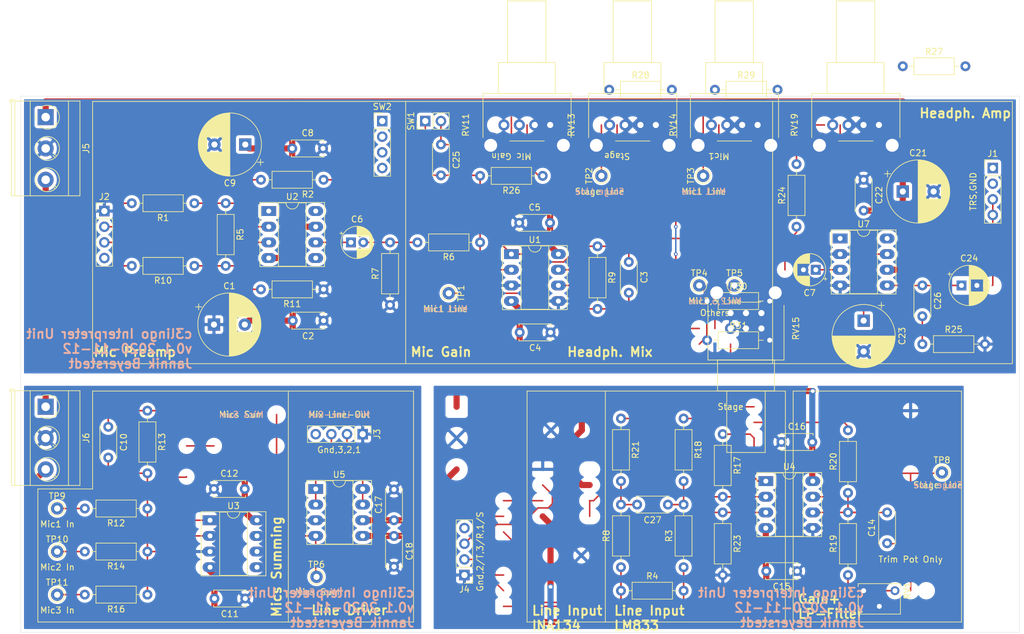
<source format=kicad_pcb>
(kicad_pcb (version 20171130) (host pcbnew "(5.1.8-0-10_14)")
  (title_block (title "c3lingo interpeter unit") (date 2020-12-07) (rev v0.2) (company "Jannik Beyerstedt") (comment 1 "Protoyping Modules Rev2"))
  (layers (0 F.Cu signal) (31 B.Cu signal) (34 B.Paste user) (35 F.Paste user) (36 B.SilkS user) (37 F.SilkS user) (38 B.Mask user) (39 F.Mask user) (44 Edge.Cuts user))
  (net 0 "")
  (net 1 GNDREF)
  (net 2 -15V)
  (net 3 "Net-(C3-Pad2)")
  (net 4 "Net-(C3-Pad1)")
  (net 5 +15V)
  (net 6 "Net-(C6-Pad2)")
  (net 7 "Net-(C6-Pad1)")
  (net 8 "Net-(C7-Pad1)")
  (net 9 "Net-(C10-Pad2)")
  (net 10 "Net-(C10-Pad1)")
  (net 11 "Net-(C13-Pad1)")
  (net 12 Stage)
  (net 13 "Net-(C14-Pad2)")
  (net 14 Mic1)
  (net 15 "Net-(J2-Pad3)")
  (net 16 "Net-(J2-Pad2)")
  (net 17 "Net-(J3-Pad2)")
  (net 18 "Net-(J3-Pad3)")
  (net 19 "Net-(J4-Pad3)")
  (net 20 "Net-(J4-Pad2)")
  (net 21 "Net-(JP1-Pad3)")
  (net 22 "Net-(JP2-Pad3)")
  (net 23 "Net-(JP3-Pad3)")
  (net 24 "Net-(R1-Pad1)")
  (net 25 "Net-(R10-Pad1)")
  (net 26 "Net-(R17-Pad2)")
  (net 27 "Net-(R19-Pad1)")
  (net 28 "Net-(R21-Pad1)")
  (net 29 "Net-(R26-Pad1)")
  (net 30 "Net-(C23-Pad1)")
  (net 31 "Net-(C24-Pad1)")
  (net 32 "Net-(C25-Pad2)")
  (net 33 "Net-(C26-Pad2)")
  (net 34 "Net-(R24-Pad2)")
  (net 35 "Net-(R14-Pad2)")
  (net 36 "Net-(R16-Pad2)")
  (net 37 "Net-(RV15-Pad6)")
  (net 38 "Net-(RV15-Pad3)")
  (net 39 "Net-(C7-Pad2)")
  (net 40 "Net-(C27-Pad2)")
  (net 41 "Net-(C27-Pad1)")
  (net 42 "Net-(R17-Pad1)")
  (net 43 "Net-(R27-Pad1)")
  (net 44 "Net-(R28-Pad2)")
  (net 45 "Net-(R29-Pad2)")
  (net 46 "Net-(R30-Pad2)")
  (net 47 "Net-(R31-Pad2)")
  (module Package_DIP:DIP-8_W7.62mm_Socket_LongPads (layer F.Cu) (at 45.72 83.82)
    (fp_text reference U3 (at 3.81 -2.33) (layer F.SilkS))
    (fp_text value LM833N)
    (pad 8 thru_hole oval (at 7.62 0) (size 2.4 1.6) (drill 0.8) (layers *.Cu *.Mask) (net 5 +15V))
    (pad 4 thru_hole oval (at 0 7.62) (size 2.4 1.6) (drill 0.8) (layers *.Cu *.Mask) (net 2 -15V))
    (pad 7 thru_hole oval (at 7.62 2.54) (size 2.4 1.6) (drill 0.8) (layers *.Cu *.Mask))
    (pad 3 thru_hole oval (at 0 5.08) (size 2.4 1.6) (drill 0.8) (layers *.Cu *.Mask) (net 1 GNDREF))
    (pad 6 thru_hole oval (at 7.62 5.08) (size 2.4 1.6) (drill 0.8) (layers *.Cu *.Mask))
    (pad 2 thru_hole oval (at 0 2.54) (size 2.4 1.6) (drill 0.8) (layers *.Cu *.Mask) (net 9 "Net-(C10-Pad2)"))
    (pad 5 thru_hole oval (at 7.62 7.62) (size 2.4 1.6) (drill 0.8) (layers *.Cu *.Mask))
    (pad 1 thru_hole rect (at 0 0) (size 2.4 1.6) (drill 0.8) (layers *.Cu *.Mask) (net 10 "Net-(C10-Pad1)"))
  )
  (module JBeyerstedt-Library:Potentiometer_Alps_RK11K_Single_Horizontal (layer F.Cu) (at 150.495 19.685 90)
    (fp_text reference RV19 (at 0 -9.95 90) (layer F.SilkS))
    (fp_text value "50K log.")
    (pad "" thru_hole circle (at 0 -3.75 90) (size 1.8 1.8) (drill 1) (layers *.Cu *.Mask))
    (pad "" thru_hole circle (at -3.3 5.9 90) (size 4.2 4.2) (drill 2.1) (layers *.Cu *.Mask))
    (pad "" thru_hole circle (at -3.3 -5.9 90) (size 4.2 4.2) (drill 2.1) (layers *.Cu *.Mask))
    (pad 1 thru_hole circle (at 0 3.75 90) (size 1.8 1.8) (drill 1) (layers *.Cu *.Mask) (net 43 "Net-(R27-Pad1)"))
    (pad 2 thru_hole circle (at 0 1.25 90) (size 1.8 1.8) (drill 1) (layers *.Cu *.Mask) (net 8 "Net-(C7-Pad1)"))
    (pad 3 thru_hole circle (at 0 -1.25 90) (size 1.8 1.8) (drill 1) (layers *.Cu *.Mask) (net 34 "Net-(R24-Pad2)"))
  )
  (module Potentiometer_THT:Potentiometer_Alps_RK09L_Double_Horizontal (layer F.Cu) (at 130.175 52.705 270)
    (fp_text reference RV15 (at 0 -10.6 90) (layer F.SilkS))
    (fp_text value "50K log. st.")
    (pad "" thru_hole circle (at -5.8 2.25 270) (size 4.2 4.2) (drill 2.1) (layers *.Cu *.Mask))
    (pad "" thru_hole circle (at -5.8 -7.25 270) (size 4.2 4.2) (drill 2.1) (layers *.Cu *.Mask))
    (pad 4 thru_hole circle (at -2.5 0 270) (size 1.8 1.8) (drill 1) (layers *.Cu *.Mask) (net 1 GNDREF))
    (pad 5 thru_hole circle (at -2.5 -2.5 270) (size 1.8 1.8) (drill 1) (layers *.Cu *.Mask) (net 46 "Net-(R30-Pad2)"))
    (pad 6 thru_hole circle (at -2.5 -5 270) (size 1.8 1.8) (drill 1) (layers *.Cu *.Mask) (net 37 "Net-(RV15-Pad6)"))
    (pad 1 thru_hole circle (at 0 0 270) (size 1.8 1.8) (drill 1) (layers *.Cu *.Mask) (net 1 GNDREF))
    (pad 2 thru_hole circle (at 0 -2.5 270) (size 1.8 1.8) (drill 1) (layers *.Cu *.Mask) (net 47 "Net-(R31-Pad2)"))
    (pad 3 thru_hole circle (at 0 -5 270) (size 1.8 1.8) (drill 1) (layers *.Cu *.Mask) (net 38 "Net-(RV15-Pad3)"))
  )
  (module JBeyerstedt-Library:Potentiometer_Alps_RK11K_Single_Horizontal (layer F.Cu) (at 130.81 19.685 90)
    (fp_text reference RV14 (at 0 -9.95 90) (layer F.SilkS))
    (fp_text value "50K log.")
    (pad "" thru_hole circle (at 0 -3.75 90) (size 1.8 1.8) (drill 1) (layers *.Cu *.Mask))
    (pad "" thru_hole circle (at -3.3 5.9 90) (size 4.2 4.2) (drill 2.1) (layers *.Cu *.Mask))
    (pad "" thru_hole circle (at -3.3 -5.9 90) (size 4.2 4.2) (drill 2.1) (layers *.Cu *.Mask))
    (pad 1 thru_hole circle (at 0 3.75 90) (size 1.8 1.8) (drill 1) (layers *.Cu *.Mask) (net 1 GNDREF))
    (pad 2 thru_hole circle (at 0 1.25 90) (size 1.8 1.8) (drill 1) (layers *.Cu *.Mask) (net 45 "Net-(R29-Pad2)"))
    (pad 3 thru_hole circle (at 0 -1.25 90) (size 1.8 1.8) (drill 1) (layers *.Cu *.Mask) (net 14 Mic1))
  )
  (module JBeyerstedt-Library:Potentiometer_Alps_RK11K_Single_Horizontal (layer F.Cu) (at 114.3 19.685 90)
    (fp_text reference RV13 (at 0 -9.95 90) (layer F.SilkS))
    (fp_text value "50K log.")
    (pad "" thru_hole circle (at 0 -3.75 90) (size 1.8 1.8) (drill 1) (layers *.Cu *.Mask))
    (pad "" thru_hole circle (at -3.3 5.9 90) (size 4.2 4.2) (drill 2.1) (layers *.Cu *.Mask))
    (pad "" thru_hole circle (at -3.3 -5.9 90) (size 4.2 4.2) (drill 2.1) (layers *.Cu *.Mask))
    (pad 1 thru_hole circle (at 0 3.75 90) (size 1.8 1.8) (drill 1) (layers *.Cu *.Mask) (net 1 GNDREF))
    (pad 2 thru_hole circle (at 0 1.25 90) (size 1.8 1.8) (drill 1) (layers *.Cu *.Mask) (net 44 "Net-(R28-Pad2)"))
    (pad 3 thru_hole circle (at 0 -1.25 90) (size 1.8 1.8) (drill 1) (layers *.Cu *.Mask) (net 12 Stage))
  )
  (module JBeyerstedt-Library:Potentiometer_Alps_RK11K_Single_Horizontal (layer F.Cu) (at 97.155 19.685 90)
    (fp_text reference RV11 (at 0 -9.95 90) (layer F.SilkS))
    (fp_text value "50K log.")
    (pad "" thru_hole circle (at 0 -3.75 90) (size 1.8 1.8) (drill 1) (layers *.Cu *.Mask))
    (pad "" thru_hole circle (at -3.3 5.9 90) (size 4.2 4.2) (drill 2.1) (layers *.Cu *.Mask))
    (pad "" thru_hole circle (at -3.3 -5.9 90) (size 4.2 4.2) (drill 2.1) (layers *.Cu *.Mask))
    (pad 1 thru_hole circle (at 0 3.75 90) (size 1.8 1.8) (drill 1) (layers *.Cu *.Mask) (net 29 "Net-(R26-Pad1)"))
    (pad 2 thru_hole circle (at 0 1.25 90) (size 1.8 1.8) (drill 1) (layers *.Cu *.Mask) (net 14 Mic1))
    (pad 3 thru_hole circle (at 0 -1.25 90) (size 1.8 1.8) (drill 1) (layers *.Cu *.Mask))
  )
  (module Potentiometer_THT:Potentiometer_Vishay_T73XX_Horizontal (layer F.Cu) (at 156.845 95.25 270)
    (fp_text reference RV1 (at 0 -2.01 90) (layer F.SilkS))
    (fp_text value 100K)
    (pad 1 thru_hole circle (at 0 0 270) (size 1.44 1.44) (drill 0.8) (layers *.Cu *.Mask) (net 27 "Net-(R19-Pad1)"))
    (pad 2 thru_hole circle (at 2.54 2.54 270) (size 1.44 1.44) (drill 0.8) (layers *.Cu *.Mask) (net 12 Stage))
    (pad 3 thru_hole circle (at 0 5.08 270) (size 1.44 1.44) (drill 0.8) (layers *.Cu *.Mask))
  )
  (module Resistor_THT:R_Axial_DIN0207_L6.3mm_D2.5mm_P10.16mm_Horizontal (layer F.Cu) (at 126.365 54.61)
    (fp_text reference R31 (at 5.08 -2.37) (layer F.SilkS))
    (fp_text value 22K)
    (pad 2 thru_hole oval (at 10.16 0) (size 1.6 1.6) (drill 0.8) (layers *.Cu *.Mask) (net 47 "Net-(R31-Pad2)"))
    (pad 1 thru_hole circle (at 0 0) (size 1.6 1.6) (drill 0.8) (layers *.Cu *.Mask) (net 3 "Net-(C3-Pad2)"))
  )
  (module Resistor_THT:R_Axial_DIN0207_L6.3mm_D2.5mm_P10.16mm_Horizontal (layer F.Cu) (at 126.365 48.26)
    (fp_text reference R30 (at 5.08 -2.37) (layer F.SilkS))
    (fp_text value 22K)
    (pad 2 thru_hole oval (at 10.16 0) (size 1.6 1.6) (drill 0.8) (layers *.Cu *.Mask) (net 46 "Net-(R30-Pad2)"))
    (pad 1 thru_hole circle (at 0 0) (size 1.6 1.6) (drill 0.8) (layers *.Cu *.Mask) (net 3 "Net-(C3-Pad2)"))
  )
  (module Resistor_THT:R_Axial_DIN0207_L6.3mm_D2.5mm_P10.16mm_Horizontal (layer F.Cu) (at 127.635 13.97)
    (fp_text reference R29 (at 5.08 -2.37) (layer F.SilkS))
    (fp_text value 22K)
    (pad 2 thru_hole oval (at 10.16 0) (size 1.6 1.6) (drill 0.8) (layers *.Cu *.Mask) (net 45 "Net-(R29-Pad2)"))
    (pad 1 thru_hole circle (at 0 0) (size 1.6 1.6) (drill 0.8) (layers *.Cu *.Mask) (net 3 "Net-(C3-Pad2)"))
  )
  (module Resistor_THT:R_Axial_DIN0207_L6.3mm_D2.5mm_P10.16mm_Horizontal (layer F.Cu) (at 110.49 13.97)
    (fp_text reference R28 (at 5.08 -2.37) (layer F.SilkS))
    (fp_text value 22K)
    (pad 2 thru_hole oval (at 10.16 0) (size 1.6 1.6) (drill 0.8) (layers *.Cu *.Mask) (net 44 "Net-(R28-Pad2)"))
    (pad 1 thru_hole circle (at 0 0) (size 1.6 1.6) (drill 0.8) (layers *.Cu *.Mask) (net 3 "Net-(C3-Pad2)"))
  )
  (module Resistor_THT:R_Axial_DIN0207_L6.3mm_D2.5mm_P10.16mm_Horizontal (layer F.Cu) (at 158.115 10.16)
    (fp_text reference R27 (at 5.08 -2.37) (layer F.SilkS))
    (fp_text value 2.2K)
    (pad 2 thru_hole oval (at 10.16 0) (size 1.6 1.6) (drill 0.8) (layers *.Cu *.Mask) (net 1 GNDREF))
    (pad 1 thru_hole circle (at 0 0) (size 1.6 1.6) (drill 0.8) (layers *.Cu *.Mask) (net 43 "Net-(R27-Pad1)"))
  )
  (module Capacitor_THT:CP_Radial_D6.3mm_P2.50mm (layer F.Cu) (at 167.64 45.72)
    (fp_text reference C24 (at 1.25 -4.4) (layer F.SilkS))
    (fp_text value 220uF)
    (pad 2 thru_hole circle (at 2.5 0) (size 1.6 1.6) (drill 0.8) (layers *.Cu *.Mask))
    (pad 1 thru_hole rect (at 0 0) (size 1.6 1.6) (drill 0.8) (layers *.Cu *.Mask) (net 31 "Net-(C24-Pad1)"))
  )
  (module Capacitor_THT:CP_Radial_D5.0mm_P2.00mm (layer F.Cu) (at 144 43.18 180)
    (fp_text reference C7 (at 1 -3.75) (layer F.SilkS))
    (fp_text value 1uF)
    (pad 2 thru_hole circle (at 2 0 180) (size 1.6 1.6) (drill 0.8) (layers *.Cu *.Mask) (net 39 "Net-(C7-Pad2)"))
    (pad 1 thru_hole rect (at 0 0 180) (size 1.6 1.6) (drill 0.8) (layers *.Cu *.Mask) (net 8 "Net-(C7-Pad1)"))
  )
  (module Capacitor_THT:CP_Radial_D5.0mm_P2.00mm (layer F.Cu) (at 68.58 38.735)
    (fp_text reference C6 (at 1 -3.75) (layer F.SilkS))
    (fp_text value 1uF)
    (pad 2 thru_hole circle (at 2 0) (size 1.6 1.6) (drill 0.8) (layers *.Cu *.Mask) (net 6 "Net-(C6-Pad2)"))
    (pad 1 thru_hole rect (at 0 0) (size 1.6 1.6) (drill 0.8) (layers *.Cu *.Mask) (net 7 "Net-(C6-Pad1)"))
  )
  (module Resistor_THT:R_Axial_DIN0207_L6.3mm_D2.5mm_P10.16mm_Horizontal (layer F.Cu) (at 112.395 91.44 90)
    (fp_text reference R8 (at 5.08 -2.37 90) (layer F.SilkS))
    (fp_text value 10K)
    (pad 2 thru_hole oval (at 10.16 0 90) (size 1.6 1.6) (drill 0.8) (layers *.Cu *.Mask) (net 40 "Net-(C27-Pad2)"))
    (pad 1 thru_hole circle (at 0 0 90) (size 1.6 1.6) (drill 0.8) (layers *.Cu *.Mask) (net 19 "Net-(J4-Pad3)"))
  )
  (module Resistor_THT:R_Axial_DIN0207_L6.3mm_D2.5mm_P10.16mm_Horizontal (layer F.Cu) (at 112.395 95.25)
    (fp_text reference R4 (at 5.08 -2.37) (layer F.SilkS))
    (fp_text value 3.3K)
    (pad 2 thru_hole oval (at 10.16 0) (size 1.6 1.6) (drill 0.8) (layers *.Cu *.Mask) (net 20 "Net-(J4-Pad2)"))
    (pad 1 thru_hole circle (at 0 0) (size 1.6 1.6) (drill 0.8) (layers *.Cu *.Mask) (net 19 "Net-(J4-Pad3)"))
  )
  (module Resistor_THT:R_Axial_DIN0207_L6.3mm_D2.5mm_P10.16mm_Horizontal (layer F.Cu) (at 122.555 91.44 90)
    (fp_text reference R3 (at 5.08 -2.37 90) (layer F.SilkS))
    (fp_text value 10K)
    (pad 2 thru_hole oval (at 10.16 0 90) (size 1.6 1.6) (drill 0.8) (layers *.Cu *.Mask) (net 41 "Net-(C27-Pad1)"))
    (pad 1 thru_hole circle (at 0 0 90) (size 1.6 1.6) (drill 0.8) (layers *.Cu *.Mask) (net 20 "Net-(J4-Pad2)"))
  )
  (module Capacitor_THT:C_Disc_D5.0mm_W2.5mm_P5.00mm (layer F.Cu) (at 120.015 81.28 180)
    (fp_text reference C27 (at 2.5 -2.5) (layer F.SilkS))
    (fp_text value 220pF)
    (pad 2 thru_hole circle (at 5 0 180) (size 1.6 1.6) (drill 0.8) (layers *.Cu *.Mask) (net 40 "Net-(C27-Pad2)"))
    (pad 1 thru_hole circle (at 0 0 180) (size 1.6 1.6) (drill 0.8) (layers *.Cu *.Mask) (net 41 "Net-(C27-Pad1)"))
  )
  (module Capacitor_THT:C_Disc_D5.0mm_W2.5mm_P5.00mm (layer F.Cu) (at 113.665 41.91 270)
    (fp_text reference C3 (at 2.5 -2.5 90) (layer F.SilkS))
    (fp_text value 22pF)
    (pad 2 thru_hole circle (at 5 0 270) (size 1.6 1.6) (drill 0.8) (layers *.Cu *.Mask) (net 3 "Net-(C3-Pad2)"))
    (pad 1 thru_hole circle (at 0 0 270) (size 1.6 1.6) (drill 0.8) (layers *.Cu *.Mask) (net 4 "Net-(C3-Pad1)"))
  )
  (module TestPoint:TestPoint_THTPad_D2.0mm_Drill1.0mm (layer F.Cu) (at 20.92 95.905)
    (fp_text reference TP11 (at 0 -1.998) (layer F.SilkS))
    (fp_text value Mic3)
    (pad 1 thru_hole circle (at 0 0) (size 2 2) (drill 1) (layers *.Cu *.Mask) (net 36 "Net-(R16-Pad2)"))
  )
  (module TestPoint:TestPoint_THTPad_D2.0mm_Drill1.0mm (layer F.Cu) (at 20.92 88.905)
    (fp_text reference TP10 (at 0 -1.998) (layer F.SilkS))
    (fp_text value Mic2)
    (pad 1 thru_hole circle (at 0 0) (size 2 2) (drill 1) (layers *.Cu *.Mask) (net 35 "Net-(R14-Pad2)"))
  )
  (module TestPoint:TestPoint_THTPad_D2.0mm_Drill1.0mm (layer F.Cu) (at 20.92 81.905)
    (fp_text reference TP9 (at 0 -1.998) (layer F.SilkS))
    (fp_text value Mic1)
    (pad 1 thru_hole circle (at 0 0) (size 2 2) (drill 1) (layers *.Cu *.Mask) (net 14 Mic1))
  )
  (module TestPoint:TestPoint_THTPad_D2.0mm_Drill1.0mm (layer F.Cu) (at 164.465 76.07)
    (fp_text reference TP8 (at 0 -1.998) (layer F.SilkS))
    (fp_text value Stage)
    (pad 1 thru_hole circle (at 0 0) (size 2 2) (drill 1) (layers *.Cu *.Mask) (net 12 Stage))
  )
  (module TestPoint:TestPoint_THTPad_D2.0mm_Drill1.0mm (layer F.Cu) (at 63 93)
    (fp_text reference TP6 (at 0 -1.998) (layer F.SilkS))
    (fp_text value MicSum)
    (pad 1 thru_hole circle (at 0 0) (size 2 2) (drill 1) (layers *.Cu *.Mask) (net 10 "Net-(C10-Pad1)"))
  )
  (module TestPoint:TestPoint_THTPad_D2.0mm_Drill1.0mm (layer F.Cu) (at 130.81 45.72)
    (fp_text reference TP5 (at 0 -1.998) (layer F.SilkS))
    (fp_text value Mic3)
    (pad 1 thru_hole circle (at 0 0) (size 2 2) (drill 1) (layers *.Cu *.Mask) (net 38 "Net-(RV15-Pad3)"))
  )
  (module TestPoint:TestPoint_THTPad_D2.0mm_Drill1.0mm (layer F.Cu) (at 125.095 45.72)
    (fp_text reference TP4 (at 0 -1.998) (layer F.SilkS))
    (fp_text value Mic2)
    (pad 1 thru_hole circle (at 0 0) (size 2 2) (drill 1) (layers *.Cu *.Mask) (net 37 "Net-(RV15-Pad6)"))
  )
  (module TestPoint:TestPoint_THTPad_D2.0mm_Drill1.0mm (layer F.Cu) (at 125.73 27.94 90)
    (fp_text reference TP3 (at 0 -1.998 90) (layer F.SilkS))
    (fp_text value Mic1)
    (pad 1 thru_hole circle (at 0 0 90) (size 2 2) (drill 1) (layers *.Cu *.Mask) (net 14 Mic1))
  )
  (module TestPoint:TestPoint_THTPad_D2.0mm_Drill1.0mm (layer F.Cu) (at 109.22 27.94 90)
    (fp_text reference TP2 (at 0 -1.998 90) (layer F.SilkS))
    (fp_text value Stage)
    (pad 1 thru_hole circle (at 0 0 90) (size 2 2) (drill 1) (layers *.Cu *.Mask) (net 12 Stage))
  )
  (module TestPoint:TestPoint_THTPad_D2.0mm_Drill1.0mm (layer F.Cu) (at 84.455 46.99 270)
    (fp_text reference TP1 (at 0 -1.998 90) (layer F.SilkS))
    (fp_text value Mic1)
    (pad 1 thru_hole circle (at 0 0 270) (size 2 2) (drill 1) (layers *.Cu *.Mask) (net 14 Mic1))
  )
  (module TerminalBlock_MetzConnect:TerminalBlock_MetzConnect_Type073_RT02603HBLU_1x03_P5.08mm_Horizontal (layer F.Cu) (at 19.05 65.405 270)
    (fp_text reference J6 (at 5.08 -6.56 90) (layer F.SilkS))
    (fp_text value PowerSupply)
    (pad 3 thru_hole circle (at 10.16 0 270) (size 2.6 2.6) (drill 1.4) (layers *.Cu *.Mask) (net 2 -15V))
    (pad 2 thru_hole circle (at 5.08 0 270) (size 2.6 2.6) (drill 1.4) (layers *.Cu *.Mask) (net 1 GNDREF))
    (pad 1 thru_hole rect (at 0 0 270) (size 2.6 2.6) (drill 1.4) (layers *.Cu *.Mask) (net 5 +15V))
  )
  (module Connector_PinHeader_2.54mm:PinHeader_1x04_P2.54mm_Vertical (layer F.Cu) (at 73.66 19.05)
    (fp_text reference SW2 (at 0 -2.33) (layer F.SilkS))
    (fp_text value OnAir_1)
    (pad 4 thru_hole oval (at 0 7.62) (size 1.7 1.7) (drill 1) (layers *.Cu *.Mask))
    (pad 3 thru_hole oval (at 0 5.08) (size 1.7 1.7) (drill 1) (layers *.Cu *.Mask))
    (pad 2 thru_hole oval (at 0 2.54) (size 1.7 1.7) (drill 1) (layers *.Cu *.Mask))
    (pad 1 thru_hole rect (at 0 0) (size 1.7 1.7) (drill 1) (layers *.Cu *.Mask))
  )
  (module Package_DIP:DIP-8_W7.62mm_Socket_LongPads (layer F.Cu) (at 147.955 38.1)
    (fp_text reference U7 (at 3.81 -2.33) (layer F.SilkS))
    (fp_text value LM386N-4)
    (pad 8 thru_hole oval (at 7.62 0) (size 2.4 1.6) (drill 0.8) (layers *.Cu *.Mask))
    (pad 4 thru_hole oval (at 0 7.62) (size 2.4 1.6) (drill 0.8) (layers *.Cu *.Mask) (net 1 GNDREF))
    (pad 7 thru_hole oval (at 7.62 2.54) (size 2.4 1.6) (drill 0.8) (layers *.Cu *.Mask) (net 30 "Net-(C23-Pad1)"))
    (pad 3 thru_hole oval (at 0 5.08) (size 2.4 1.6) (drill 0.8) (layers *.Cu *.Mask) (net 39 "Net-(C7-Pad2)"))
    (pad 6 thru_hole oval (at 7.62 5.08) (size 2.4 1.6) (drill 0.8) (layers *.Cu *.Mask) (net 5 +15V))
    (pad 2 thru_hole oval (at 0 2.54) (size 2.4 1.6) (drill 0.8) (layers *.Cu *.Mask) (net 1 GNDREF))
    (pad 5 thru_hole oval (at 7.62 7.62) (size 2.4 1.6) (drill 0.8) (layers *.Cu *.Mask) (net 31 "Net-(C24-Pad1)"))
    (pad 1 thru_hole rect (at 0 0) (size 2.4 1.6) (drill 0.8) (layers *.Cu *.Mask))
  )
  (module Resistor_THT:R_Axial_DIN0207_L6.3mm_D2.5mm_P10.16mm_Horizontal (layer F.Cu) (at 161.29 55.245)
    (fp_text reference R25 (at 5.08 -2.37) (layer F.SilkS))
    (fp_text value 12R)
    (pad 2 thru_hole oval (at 10.16 0) (size 1.6 1.6) (drill 0.8) (layers *.Cu *.Mask) (net 1 GNDREF))
    (pad 1 thru_hole circle (at 0 0) (size 1.6 1.6) (drill 0.8) (layers *.Cu *.Mask) (net 33 "Net-(C26-Pad2)"))
  )
  (module Resistor_THT:R_Axial_DIN0207_L6.3mm_D2.5mm_P10.16mm_Horizontal (layer F.Cu) (at 140.875 36.195 90)
    (fp_text reference R24 (at 5.08 -2.37 90) (layer F.SilkS))
    (fp_text value 330K)
    (pad 2 thru_hole oval (at 10.16 0 90) (size 1.6 1.6) (drill 0.8) (layers *.Cu *.Mask) (net 34 "Net-(R24-Pad2)"))
    (pad 1 thru_hole circle (at 0 0 90) (size 1.6 1.6) (drill 0.8) (layers *.Cu *.Mask) (net 4 "Net-(C3-Pad1)"))
  )
  (module Capacitor_THT:C_Disc_D5.0mm_W2.5mm_P5.00mm (layer F.Cu) (at 161.29 45.72 270)
    (fp_text reference C26 (at 2.5 -2.5 90) (layer F.SilkS))
    (fp_text value 47nF)
    (pad 2 thru_hole circle (at 5 0 270) (size 1.6 1.6) (drill 0.8) (layers *.Cu *.Mask) (net 33 "Net-(C26-Pad2)"))
    (pad 1 thru_hole circle (at 0 0 270) (size 1.6 1.6) (drill 0.8) (layers *.Cu *.Mask) (net 31 "Net-(C24-Pad1)"))
  )
  (module Capacitor_THT:CP_Radial_D10.0mm_P5.00mm (layer F.Cu) (at 151.765 51.435 270)
    (fp_text reference C23 (at 2.5 -6.25 90) (layer F.SilkS))
    (fp_text value 100uF)
    (pad 2 thru_hole circle (at 5 0 270) (size 2 2) (drill 1) (layers *.Cu *.Mask) (net 1 GNDREF))
    (pad 1 thru_hole rect (at 0 0 270) (size 2 2) (drill 1) (layers *.Cu *.Mask) (net 30 "Net-(C23-Pad1)"))
  )
  (module Capacitor_THT:C_Disc_D5.0mm_W2.5mm_P5.00mm (layer F.Cu) (at 151.765 28.575 270)
    (fp_text reference C22 (at 2.5 -2.5 90) (layer F.SilkS))
    (fp_text value 100nF)
    (pad 2 thru_hole circle (at 5 0 270) (size 1.6 1.6) (drill 0.8) (layers *.Cu *.Mask) (net 5 +15V))
    (pad 1 thru_hole circle (at 0 0 270) (size 1.6 1.6) (drill 0.8) (layers *.Cu *.Mask) (net 1 GNDREF))
  )
  (module Capacitor_THT:CP_Radial_D10.0mm_P5.00mm (layer F.Cu) (at 158.115 30.48)
    (fp_text reference C21 (at 2.5 -6.25) (layer F.SilkS))
    (fp_text value 100uF)
    (pad 2 thru_hole circle (at 5 0) (size 2 2) (drill 1) (layers *.Cu *.Mask) (net 1 GNDREF))
    (pad 1 thru_hole rect (at 0 0) (size 2 2) (drill 1) (layers *.Cu *.Mask) (net 5 +15V))
  )
  (module Capacitor_THT:CP_Radial_D10.0mm_P5.00mm (layer F.Cu) (at 46.355 52.07)
    (fp_text reference C1 (at 2.5 -6.25) (layer F.SilkS))
    (fp_text value 100uF)
    (pad 1 thru_hole rect (at 0 0) (size 2 2) (drill 1) (layers *.Cu *.Mask) (net 1 GNDREF))
    (pad 2 thru_hole circle (at 5 0) (size 2 2) (drill 1) (layers *.Cu *.Mask) (net 2 -15V))
  )
  (module Capacitor_THT:C_Disc_D5.0mm_W2.5mm_P5.00mm (layer F.Cu) (at 64.135 51.435 180)
    (fp_text reference C2 (at 2.5 -2.5) (layer F.SilkS))
    (fp_text value 100nF)
    (pad 2 thru_hole circle (at 5 0 180) (size 1.6 1.6) (drill 0.8) (layers *.Cu *.Mask) (net 2 -15V))
    (pad 1 thru_hole circle (at 0 0 180) (size 1.6 1.6) (drill 0.8) (layers *.Cu *.Mask) (net 1 GNDREF))
  )
  (module Capacitor_THT:C_Disc_D5.0mm_W2.5mm_P5.00mm (layer F.Cu) (at 100.965 53.34 180)
    (fp_text reference C4 (at 2.5 -2.5) (layer F.SilkS))
    (fp_text value 100nF)
    (pad 2 thru_hole circle (at 5 0 180) (size 1.6 1.6) (drill 0.8) (layers *.Cu *.Mask) (net 2 -15V))
    (pad 1 thru_hole circle (at 0 0 180) (size 1.6 1.6) (drill 0.8) (layers *.Cu *.Mask) (net 1 GNDREF))
  )
  (module Capacitor_THT:C_Disc_D5.0mm_W2.5mm_P5.00mm (layer F.Cu) (at 95.885 35.56)
    (fp_text reference C5 (at 2.5 -2.5) (layer F.SilkS))
    (fp_text value 100nF)
    (pad 1 thru_hole circle (at 0 0) (size 1.6 1.6) (drill 0.8) (layers *.Cu *.Mask) (net 1 GNDREF))
    (pad 2 thru_hole circle (at 5 0) (size 1.6 1.6) (drill 0.8) (layers *.Cu *.Mask) (net 5 +15V))
  )
  (module Capacitor_THT:C_Disc_D5.0mm_W2.5mm_P5.00mm (layer F.Cu) (at 59.055 23.495)
    (fp_text reference C8 (at 2.5 -2.5) (layer F.SilkS))
    (fp_text value 100nF)
    (pad 1 thru_hole circle (at 0 0) (size 1.6 1.6) (drill 0.8) (layers *.Cu *.Mask) (net 5 +15V))
    (pad 2 thru_hole circle (at 5 0) (size 1.6 1.6) (drill 0.8) (layers *.Cu *.Mask) (net 1 GNDREF))
  )
  (module Capacitor_THT:CP_Radial_D10.0mm_P5.00mm (layer F.Cu) (at 51.435 22.86 180)
    (fp_text reference C9 (at 2.5 -6.25) (layer F.SilkS))
    (fp_text value 100uF)
    (pad 2 thru_hole circle (at 5 0 180) (size 2 2) (drill 1) (layers *.Cu *.Mask) (net 1 GNDREF))
    (pad 1 thru_hole rect (at 0 0 180) (size 2 2) (drill 1) (layers *.Cu *.Mask) (net 5 +15V))
  )
  (module Capacitor_THT:C_Disc_D5.0mm_W2.5mm_P5.00mm (layer F.Cu) (at 29.21 68.66 270)
    (fp_text reference C10 (at 2.5 -2.5 90) (layer F.SilkS))
    (fp_text value 22pF)
    (pad 2 thru_hole circle (at 5 0 270) (size 1.6 1.6) (drill 0.8) (layers *.Cu *.Mask) (net 9 "Net-(C10-Pad2)"))
    (pad 1 thru_hole circle (at 0 0 270) (size 1.6 1.6) (drill 0.8) (layers *.Cu *.Mask) (net 10 "Net-(C10-Pad1)"))
  )
  (module Capacitor_THT:C_Disc_D5.0mm_W2.5mm_P5.00mm (layer F.Cu) (at 51.435 96.52 180)
    (fp_text reference C11 (at 2.5 -2.5) (layer F.SilkS))
    (fp_text value 100nF)
    (pad 2 thru_hole circle (at 5 0 180) (size 1.6 1.6) (drill 0.8) (layers *.Cu *.Mask) (net 2 -15V))
    (pad 1 thru_hole circle (at 0 0 180) (size 1.6 1.6) (drill 0.8) (layers *.Cu *.Mask) (net 1 GNDREF))
  )
  (module Capacitor_THT:C_Disc_D5.0mm_W2.5mm_P5.00mm (layer F.Cu) (at 46.355 78.74)
    (fp_text reference C12 (at 2.5 -2.5) (layer F.SilkS))
    (fp_text value 100nF)
    (pad 2 thru_hole circle (at 5 0) (size 1.6 1.6) (drill 0.8) (layers *.Cu *.Mask) (net 5 +15V))
    (pad 1 thru_hole circle (at 0 0) (size 1.6 1.6) (drill 0.8) (layers *.Cu *.Mask) (net 1 GNDREF))
  )
  (module Capacitor_THT:C_Disc_D5.0mm_W2.5mm_P5.00mm (layer F.Cu) (at 155.575 87.55 90)
    (fp_text reference C14 (at 2.5 -2.5 90) (layer F.SilkS))
    (fp_text value 47pF)
    (pad 1 thru_hole circle (at 0 0 90) (size 1.6 1.6) (drill 0.8) (layers *.Cu *.Mask) (net 12 Stage))
    (pad 2 thru_hole circle (at 5 0 90) (size 1.6 1.6) (drill 0.8) (layers *.Cu *.Mask) (net 13 "Net-(C14-Pad2)"))
  )
  (module Capacitor_THT:C_Disc_D5.0mm_W2.5mm_P5.00mm (layer F.Cu) (at 140.97 92.075 180)
    (fp_text reference C15 (at 2.5 -2.5) (layer F.SilkS))
    (fp_text value 100nF)
    (pad 2 thru_hole circle (at 5 0 180) (size 1.6 1.6) (drill 0.8) (layers *.Cu *.Mask) (net 2 -15V))
    (pad 1 thru_hole circle (at 0 0 180) (size 1.6 1.6) (drill 0.8) (layers *.Cu *.Mask) (net 1 GNDREF))
  )
  (module Capacitor_THT:C_Disc_D5.0mm_W2.5mm_P5.00mm (layer F.Cu) (at 138.43 71.12)
    (fp_text reference C16 (at 2.5 -2.5) (layer F.SilkS))
    (fp_text value 100nF)
    (pad 1 thru_hole circle (at 0 0) (size 1.6 1.6) (drill 0.8) (layers *.Cu *.Mask) (net 1 GNDREF))
    (pad 2 thru_hole circle (at 5 0) (size 1.6 1.6) (drill 0.8) (layers *.Cu *.Mask) (net 5 +15V))
  )
  (module Capacitor_THT:C_Disc_D5.0mm_W2.5mm_P5.00mm (layer F.Cu) (at 75.565 83.82 90)
    (fp_text reference C17 (at 2.5 -2.5 90) (layer F.SilkS))
    (fp_text value 1uF)
    (pad 1 thru_hole circle (at 0 0 90) (size 1.6 1.6) (drill 0.8) (layers *.Cu *.Mask) (net 5 +15V))
    (pad 2 thru_hole circle (at 5 0 90) (size 1.6 1.6) (drill 0.8) (layers *.Cu *.Mask) (net 1 GNDREF))
  )
  (module Capacitor_THT:C_Disc_D5.0mm_W2.5mm_P5.00mm (layer F.Cu) (at 75.565 86.36 270)
    (fp_text reference C18 (at 2.5 -2.5 90) (layer F.SilkS))
    (fp_text value 1uF)
    (pad 2 thru_hole circle (at 5 0 270) (size 1.6 1.6) (drill 0.8) (layers *.Cu *.Mask) (net 1 GNDREF))
    (pad 1 thru_hole circle (at 0 0 270) (size 1.6 1.6) (drill 0.8) (layers *.Cu *.Mask) (net 2 -15V))
  )
  (module Capacitor_THT:C_Disc_D5.0mm_W2.5mm_P5.00mm (layer F.Cu) (at 83.185 22.86 270)
    (fp_text reference C25 (at 2.5 -2.5 90) (layer F.SilkS))
    (fp_text value 100nF)
    (pad 1 thru_hole circle (at 0 0 270) (size 1.6 1.6) (drill 0.8) (layers *.Cu *.Mask) (net 14 Mic1))
    (pad 2 thru_hole circle (at 5 0 270) (size 1.6 1.6) (drill 0.8) (layers *.Cu *.Mask) (net 32 "Net-(C25-Pad2)"))
  )
  (module TerminalBlock_MetzConnect:TerminalBlock_MetzConnect_Type073_RT02603HBLU_1x03_P5.08mm_Horizontal (layer F.Cu) (at 19.05 18.415 270)
    (fp_text reference J5 (at 5.08 -6.56 90) (layer F.SilkS))
    (fp_text value PowerSupply)
    (pad 1 thru_hole rect (at 0 0 270) (size 2.6 2.6) (drill 1.4) (layers *.Cu *.Mask) (net 5 +15V))
    (pad 2 thru_hole circle (at 5.08 0 270) (size 2.6 2.6) (drill 1.4) (layers *.Cu *.Mask) (net 1 GNDREF))
    (pad 3 thru_hole circle (at 10.16 0 270) (size 2.6 2.6) (drill 1.4) (layers *.Cu *.Mask) (net 2 -15V))
  )
  (module Resistor_THT:R_Axial_DIN0207_L6.3mm_D2.5mm_P10.16mm_Horizontal (layer F.Cu) (at 43.18 32.385 180)
    (fp_text reference R1 (at 5.08 -2.37) (layer F.SilkS))
    (fp_text value "1K 1%")
    (pad 2 thru_hole oval (at 10.16 0 180) (size 1.6 1.6) (drill 0.8) (layers *.Cu *.Mask) (net 16 "Net-(J2-Pad2)"))
    (pad 1 thru_hole circle (at 0 0 180) (size 1.6 1.6) (drill 0.8) (layers *.Cu *.Mask) (net 24 "Net-(R1-Pad1)"))
  )
  (module Resistor_THT:R_Axial_DIN0207_L6.3mm_D2.5mm_P10.16mm_Horizontal (layer F.Cu) (at 64.135 28.575 180)
    (fp_text reference R2 (at 2.54 -2.37) (layer F.SilkS))
    (fp_text value "330K 1%")
    (pad 2 thru_hole oval (at 10.16 0 180) (size 1.6 1.6) (drill 0.8) (layers *.Cu *.Mask) (net 24 "Net-(R1-Pad1)"))
    (pad 1 thru_hole circle (at 0 0 180) (size 1.6 1.6) (drill 0.8) (layers *.Cu *.Mask) (net 7 "Net-(C6-Pad1)"))
  )
  (module Resistor_THT:R_Axial_DIN0207_L6.3mm_D2.5mm_P10.16mm_Horizontal (layer F.Cu) (at 48.26 32.385 270)
    (fp_text reference R5 (at 5.08 -2.37 90) (layer F.SilkS))
    (fp_text value "27K 1%")
    (pad 1 thru_hole circle (at 0 0 270) (size 1.6 1.6) (drill 0.8) (layers *.Cu *.Mask) (net 24 "Net-(R1-Pad1)"))
    (pad 2 thru_hole oval (at 10.16 0 270) (size 1.6 1.6) (drill 0.8) (layers *.Cu *.Mask) (net 25 "Net-(R10-Pad1)"))
  )
  (module Resistor_THT:R_Axial_DIN0207_L6.3mm_D2.5mm_P10.16mm_Horizontal (layer F.Cu) (at 89.535 38.735 180)
    (fp_text reference R6 (at 5.08 -2.37) (layer F.SilkS))
    (fp_text value 1.5K)
    (pad 1 thru_hole circle (at 0 0 180) (size 1.6 1.6) (drill 0.8) (layers *.Cu *.Mask) (net 32 "Net-(C25-Pad2)"))
    (pad 2 thru_hole oval (at 10.16 0 180) (size 1.6 1.6) (drill 0.8) (layers *.Cu *.Mask) (net 6 "Net-(C6-Pad2)"))
  )
  (module Resistor_THT:R_Axial_DIN0207_L6.3mm_D2.5mm_P10.16mm_Horizontal (layer F.Cu) (at 74.93 48.895 90)
    (fp_text reference R7 (at 5.08 -2.37 90) (layer F.SilkS))
    (fp_text value 470R)
    (pad 1 thru_hole circle (at 0 0 90) (size 1.6 1.6) (drill 0.8) (layers *.Cu *.Mask) (net 1 GNDREF))
    (pad 2 thru_hole oval (at 10.16 0 90) (size 1.6 1.6) (drill 0.8) (layers *.Cu *.Mask) (net 6 "Net-(C6-Pad2)"))
  )
  (module Resistor_THT:R_Axial_DIN0207_L6.3mm_D2.5mm_P10.16mm_Horizontal (layer F.Cu) (at 108.585 39.37 270)
    (fp_text reference R9 (at 5.08 -2.37 90) (layer F.SilkS))
    (fp_text value 22K)
    (pad 2 thru_hole oval (at 10.16 0 270) (size 1.6 1.6) (drill 0.8) (layers *.Cu *.Mask) (net 3 "Net-(C3-Pad2)"))
    (pad 1 thru_hole circle (at 0 0 270) (size 1.6 1.6) (drill 0.8) (layers *.Cu *.Mask) (net 4 "Net-(C3-Pad1)"))
  )
  (module Resistor_THT:R_Axial_DIN0207_L6.3mm_D2.5mm_P10.16mm_Horizontal (layer F.Cu) (at 43.18 42.545 180)
    (fp_text reference R10 (at 5.08 -2.37) (layer F.SilkS))
    (fp_text value "1K 1%")
    (pad 2 thru_hole oval (at 10.16 0 180) (size 1.6 1.6) (drill 0.8) (layers *.Cu *.Mask) (net 15 "Net-(J2-Pad3)"))
    (pad 1 thru_hole circle (at 0 0 180) (size 1.6 1.6) (drill 0.8) (layers *.Cu *.Mask) (net 25 "Net-(R10-Pad1)"))
  )
  (module Resistor_THT:R_Axial_DIN0207_L6.3mm_D2.5mm_P10.16mm_Horizontal (layer F.Cu) (at 64.135 46.355 180)
    (fp_text reference R11 (at 5.08 -2.37) (layer F.SilkS))
    (fp_text value "330K 1%")
    (pad 2 thru_hole oval (at 10.16 0 180) (size 1.6 1.6) (drill 0.8) (layers *.Cu *.Mask) (net 25 "Net-(R10-Pad1)"))
    (pad 1 thru_hole circle (at 0 0 180) (size 1.6 1.6) (drill 0.8) (layers *.Cu *.Mask) (net 1 GNDREF))
  )
  (module Resistor_THT:R_Axial_DIN0207_L6.3mm_D2.5mm_P10.16mm_Horizontal (layer F.Cu) (at 35.56 81.915 180)
    (fp_text reference R12 (at 5.08 -2.37) (layer F.SilkS))
    (fp_text value 22K)
    (pad 2 thru_hole oval (at 10.16 0 180) (size 1.6 1.6) (drill 0.8) (layers *.Cu *.Mask) (net 14 Mic1))
    (pad 1 thru_hole circle (at 0 0 180) (size 1.6 1.6) (drill 0.8) (layers *.Cu *.Mask) (net 9 "Net-(C10-Pad2)"))
  )
  (module Resistor_THT:R_Axial_DIN0207_L6.3mm_D2.5mm_P10.16mm_Horizontal (layer F.Cu) (at 35.56 66.04 270)
    (fp_text reference R13 (at 5.08 -2.37 90) (layer F.SilkS))
    (fp_text value 22K)
    (pad 1 thru_hole circle (at 0 0 270) (size 1.6 1.6) (drill 0.8) (layers *.Cu *.Mask) (net 10 "Net-(C10-Pad1)"))
    (pad 2 thru_hole oval (at 10.16 0 270) (size 1.6 1.6) (drill 0.8) (layers *.Cu *.Mask) (net 9 "Net-(C10-Pad2)"))
  )
  (module Resistor_THT:R_Axial_DIN0207_L6.3mm_D2.5mm_P10.16mm_Horizontal (layer F.Cu) (at 35.56 88.9 180)
    (fp_text reference R14 (at 5.08 -2.37) (layer F.SilkS))
    (fp_text value 22K)
    (pad 2 thru_hole oval (at 10.16 0 180) (size 1.6 1.6) (drill 0.8) (layers *.Cu *.Mask) (net 35 "Net-(R14-Pad2)"))
    (pad 1 thru_hole circle (at 0 0 180) (size 1.6 1.6) (drill 0.8) (layers *.Cu *.Mask) (net 9 "Net-(C10-Pad2)"))
  )
  (module Resistor_THT:R_Axial_DIN0207_L6.3mm_D2.5mm_P10.16mm_Horizontal (layer F.Cu) (at 35.56 95.885 180)
    (fp_text reference R16 (at 5.08 -2.37) (layer F.SilkS))
    (fp_text value 22K)
    (pad 2 thru_hole oval (at 10.16 0 180) (size 1.6 1.6) (drill 0.8) (layers *.Cu *.Mask) (net 36 "Net-(R16-Pad2)"))
    (pad 1 thru_hole circle (at 0 0 180) (size 1.6 1.6) (drill 0.8) (layers *.Cu *.Mask) (net 9 "Net-(C10-Pad2)"))
  )
  (module Resistor_THT:R_Axial_DIN0207_L6.3mm_D2.5mm_P10.16mm_Horizontal (layer F.Cu) (at 128.905 69.85 270)
    (fp_text reference R17 (at 5.08 -2.37 90) (layer F.SilkS))
    (fp_text value 10K)
    (pad 2 thru_hole oval (at 10.16 0 270) (size 1.6 1.6) (drill 0.8) (layers *.Cu *.Mask) (net 26 "Net-(R17-Pad2)"))
    (pad 1 thru_hole circle (at 0 0 270) (size 1.6 1.6) (drill 0.8) (layers *.Cu *.Mask) (net 42 "Net-(R17-Pad1)"))
  )
  (module Resistor_THT:R_Axial_DIN0207_L6.3mm_D2.5mm_P10.16mm_Horizontal (layer F.Cu) (at 122.555 67.31 270)
    (fp_text reference R18 (at 5.08 -2.37 90) (layer F.SilkS))
    (fp_text value 10K)
    (pad 2 thru_hole oval (at 10.16 0 270) (size 1.6 1.6) (drill 0.8) (layers *.Cu *.Mask) (net 41 "Net-(C27-Pad1)"))
    (pad 1 thru_hole circle (at 0 0 270) (size 1.6 1.6) (drill 0.8) (layers *.Cu *.Mask) (net 26 "Net-(R17-Pad2)"))
  )
  (module Resistor_THT:R_Axial_DIN0207_L6.3mm_D2.5mm_P10.16mm_Horizontal (layer F.Cu) (at 149.225 92.71 90)
    (fp_text reference R19 (at 5.08 -2.37 90) (layer F.SilkS))
    (fp_text value 22K)
    (pad 2 thru_hole oval (at 10.16 0 90) (size 1.6 1.6) (drill 0.8) (layers *.Cu *.Mask) (net 13 "Net-(C14-Pad2)"))
    (pad 1 thru_hole circle (at 0 0 90) (size 1.6 1.6) (drill 0.8) (layers *.Cu *.Mask) (net 27 "Net-(R19-Pad1)"))
  )
  (module Resistor_THT:R_Axial_DIN0207_L6.3mm_D2.5mm_P10.16mm_Horizontal (layer F.Cu) (at 149.225 79.375 90)
    (fp_text reference R20 (at 5.08 -2.37 90) (layer F.SilkS))
    (fp_text value 47K)
    (pad 1 thru_hole circle (at 0 0 90) (size 1.6 1.6) (drill 0.8) (layers *.Cu *.Mask) (net 13 "Net-(C14-Pad2)"))
    (pad 2 thru_hole oval (at 10.16 0 90) (size 1.6 1.6) (drill 0.8) (layers *.Cu *.Mask) (net 42 "Net-(R17-Pad1)"))
  )
  (module Resistor_THT:R_Axial_DIN0207_L6.3mm_D2.5mm_P10.16mm_Horizontal (layer F.Cu) (at 112.395 67.31 270)
    (fp_text reference R21 (at 5.08 -2.37 90) (layer F.SilkS))
    (fp_text value 10K)
    (pad 1 thru_hole circle (at 0 0 270) (size 1.6 1.6) (drill 0.8) (layers *.Cu *.Mask) (net 28 "Net-(R21-Pad1)"))
    (pad 2 thru_hole oval (at 10.16 0 270) (size 1.6 1.6) (drill 0.8) (layers *.Cu *.Mask) (net 40 "Net-(C27-Pad2)"))
  )
  (module Resistor_THT:R_Axial_DIN0207_L6.3mm_D2.5mm_P10.16mm_Horizontal (layer F.Cu) (at 128.905 82.55 270)
    (fp_text reference R23 (at 5.08 -2.37 90) (layer F.SilkS))
    (fp_text value 10K)
    (pad 1 thru_hole circle (at 0 0 270) (size 1.6 1.6) (drill 0.8) (layers *.Cu *.Mask) (net 28 "Net-(R21-Pad1)"))
    (pad 2 thru_hole oval (at 10.16 0 270) (size 1.6 1.6) (drill 0.8) (layers *.Cu *.Mask) (net 1 GNDREF))
  )
  (module Resistor_THT:R_Axial_DIN0207_L6.3mm_D2.5mm_P10.16mm_Horizontal (layer F.Cu) (at 99.695 27.94 180)
    (fp_text reference R26 (at 5.08 -2.37) (layer F.SilkS))
    (fp_text value 270R)
    (pad 1 thru_hole circle (at 0 0 180) (size 1.6 1.6) (drill 0.8) (layers *.Cu *.Mask) (net 29 "Net-(R26-Pad1)"))
    (pad 2 thru_hole oval (at 10.16 0 180) (size 1.6 1.6) (drill 0.8) (layers *.Cu *.Mask) (net 32 "Net-(C25-Pad2)"))
  )
  (module Connector_PinHeader_2.54mm:PinHeader_1x02_P2.54mm_Vertical (layer F.Cu) (at 80.645 19.05 90)
    (fp_text reference SW1 (at 0 -2.33 90) (layer F.SilkS))
    (fp_text value Mute_1)
    (pad 1 thru_hole rect (at 0 0 90) (size 1.7 1.7) (drill 1) (layers *.Cu *.Mask) (net 32 "Net-(C25-Pad2)"))
    (pad 2 thru_hole oval (at 0 2.54 90) (size 1.7 1.7) (drill 1) (layers *.Cu *.Mask) (net 14 Mic1))
  )
  (module Package_DIP:DIP-8_W7.62mm_Socket_LongPads (layer F.Cu) (at 94.615 40.64)
    (fp_text reference U1 (at 3.81 -2.33) (layer F.SilkS))
    (fp_text value LM833N)
    (pad 8 thru_hole oval (at 7.62 0) (size 2.4 1.6) (drill 0.8) (layers *.Cu *.Mask) (net 5 +15V))
    (pad 4 thru_hole oval (at 0 7.62) (size 2.4 1.6) (drill 0.8) (layers *.Cu *.Mask) (net 2 -15V))
    (pad 7 thru_hole oval (at 7.62 2.54) (size 2.4 1.6) (drill 0.8) (layers *.Cu *.Mask) (net 4 "Net-(C3-Pad1)"))
    (pad 3 thru_hole oval (at 0 5.08) (size 2.4 1.6) (drill 0.8) (layers *.Cu *.Mask) (net 1 GNDREF))
    (pad 6 thru_hole oval (at 7.62 5.08) (size 2.4 1.6) (drill 0.8) (layers *.Cu *.Mask) (net 3 "Net-(C3-Pad2)"))
    (pad 2 thru_hole oval (at 0 2.54) (size 2.4 1.6) (drill 0.8) (layers *.Cu *.Mask) (net 32 "Net-(C25-Pad2)"))
    (pad 5 thru_hole oval (at 7.62 7.62) (size 2.4 1.6) (drill 0.8) (layers *.Cu *.Mask) (net 1 GNDREF))
    (pad 1 thru_hole rect (at 0 0) (size 2.4 1.6) (drill 0.8) (layers *.Cu *.Mask) (net 14 Mic1))
  )
  (module Package_DIP:DIP-8_W7.62mm_Socket_LongPads (layer F.Cu) (at 55.245 33.655)
    (fp_text reference U2 (at 3.81 -2.33) (layer F.SilkS))
    (fp_text value NE5534)
    (pad 1 thru_hole rect (at 0 0) (size 2.4 1.6) (drill 0.8) (layers *.Cu *.Mask))
    (pad 5 thru_hole oval (at 7.62 7.62) (size 2.4 1.6) (drill 0.8) (layers *.Cu *.Mask))
    (pad 2 thru_hole oval (at 0 2.54) (size 2.4 1.6) (drill 0.8) (layers *.Cu *.Mask) (net 24 "Net-(R1-Pad1)"))
    (pad 6 thru_hole oval (at 7.62 5.08) (size 2.4 1.6) (drill 0.8) (layers *.Cu *.Mask) (net 7 "Net-(C6-Pad1)"))
    (pad 3 thru_hole oval (at 0 5.08) (size 2.4 1.6) (drill 0.8) (layers *.Cu *.Mask) (net 25 "Net-(R10-Pad1)"))
    (pad 7 thru_hole oval (at 7.62 2.54) (size 2.4 1.6) (drill 0.8) (layers *.Cu *.Mask) (net 5 +15V))
    (pad 4 thru_hole oval (at 0 7.62) (size 2.4 1.6) (drill 0.8) (layers *.Cu *.Mask) (net 2 -15V))
    (pad 8 thru_hole oval (at 7.62 0) (size 2.4 1.6) (drill 0.8) (layers *.Cu *.Mask))
  )
  (module Package_DIP:DIP-8_W7.62mm_Socket_LongPads (layer F.Cu) (at 135.89 77.47)
    (fp_text reference U4 (at 3.81 -2.33) (layer F.SilkS))
    (fp_text value LM833N)
    (pad 8 thru_hole oval (at 7.62 0) (size 2.4 1.6) (drill 0.8) (layers *.Cu *.Mask) (net 5 +15V))
    (pad 4 thru_hole oval (at 0 7.62) (size 2.4 1.6) (drill 0.8) (layers *.Cu *.Mask) (net 2 -15V))
    (pad 7 thru_hole oval (at 7.62 2.54) (size 2.4 1.6) (drill 0.8) (layers *.Cu *.Mask) (net 12 Stage))
    (pad 3 thru_hole oval (at 0 5.08) (size 2.4 1.6) (drill 0.8) (layers *.Cu *.Mask) (net 28 "Net-(R21-Pad1)"))
    (pad 6 thru_hole oval (at 7.62 5.08) (size 2.4 1.6) (drill 0.8) (layers *.Cu *.Mask) (net 13 "Net-(C14-Pad2)"))
    (pad 2 thru_hole oval (at 0 2.54) (size 2.4 1.6) (drill 0.8) (layers *.Cu *.Mask) (net 26 "Net-(R17-Pad2)"))
    (pad 5 thru_hole oval (at 7.62 7.62) (size 2.4 1.6) (drill 0.8) (layers *.Cu *.Mask) (net 1 GNDREF))
    (pad 1 thru_hole rect (at 0 0) (size 2.4 1.6) (drill 0.8) (layers *.Cu *.Mask) (net 42 "Net-(R17-Pad1)"))
  )
  (module Package_DIP:DIP-8_W7.62mm_Socket_LongPads (layer F.Cu) (at 62.865 78.74)
    (fp_text reference U5 (at 3.81 -2.33) (layer F.SilkS))
    (fp_text value DRV134PA)
    (pad 1 thru_hole rect (at 0 0) (size 2.4 1.6) (drill 0.8) (layers *.Cu *.Mask) (net 18 "Net-(J3-Pad3)"))
    (pad 5 thru_hole oval (at 7.62 7.62) (size 2.4 1.6) (drill 0.8) (layers *.Cu *.Mask) (net 2 -15V))
    (pad 2 thru_hole oval (at 0 2.54) (size 2.4 1.6) (drill 0.8) (layers *.Cu *.Mask) (net 18 "Net-(J3-Pad3)"))
    (pad 6 thru_hole oval (at 7.62 5.08) (size 2.4 1.6) (drill 0.8) (layers *.Cu *.Mask) (net 5 +15V))
    (pad 3 thru_hole oval (at 0 5.08) (size 2.4 1.6) (drill 0.8) (layers *.Cu *.Mask) (net 1 GNDREF))
    (pad 7 thru_hole oval (at 7.62 2.54) (size 2.4 1.6) (drill 0.8) (layers *.Cu *.Mask) (net 17 "Net-(J3-Pad2)"))
    (pad 4 thru_hole oval (at 0 7.62) (size 2.4 1.6) (drill 0.8) (layers *.Cu *.Mask) (net 10 "Net-(C10-Pad1)"))
    (pad 8 thru_hole oval (at 7.62 0) (size 2.4 1.6) (drill 0.8) (layers *.Cu *.Mask) (net 17 "Net-(J3-Pad2)"))
  )
  (module Connector_PinHeader_2.54mm:PinHeader_1x04_P2.54mm_Vertical (layer F.Cu) (at 172.72 26.67)
    (fp_text reference J1 (at 0 -2.33) (layer F.SilkS))
    (fp_text value "Headphone 1")
    (pad 4 thru_hole oval (at 0 7.62) (size 1.7 1.7) (drill 1) (layers *.Cu *.Mask))
    (pad 3 thru_hole oval (at 0 5.08) (size 1.7 1.7) (drill 1) (layers *.Cu *.Mask))
    (pad 2 thru_hole oval (at 0 2.54) (size 1.7 1.7) (drill 1) (layers *.Cu *.Mask))
    (pad 1 thru_hole rect (at 0 0) (size 1.7 1.7) (drill 1) (layers *.Cu *.Mask))
  )
  (module Connector_PinHeader_2.54mm:PinHeader_1x04_P2.54mm_Vertical (layer F.Cu) (at 28.575 33.655)
    (fp_text reference J2 (at 0 -2.33) (layer F.SilkS))
    (fp_text value "Mic 1")
    (pad 1 thru_hole rect (at 0 0) (size 1.7 1.7) (drill 1) (layers *.Cu *.Mask) (net 1 GNDREF))
    (pad 2 thru_hole oval (at 0 2.54) (size 1.7 1.7) (drill 1) (layers *.Cu *.Mask) (net 16 "Net-(J2-Pad2)"))
    (pad 3 thru_hole oval (at 0 5.08) (size 1.7 1.7) (drill 1) (layers *.Cu *.Mask) (net 15 "Net-(J2-Pad3)"))
    (pad 4 thru_hole oval (at 0 7.62) (size 1.7 1.7) (drill 1) (layers *.Cu *.Mask))
  )
  (module Connector_PinHeader_2.54mm:PinHeader_1x04_P2.54mm_Vertical (layer F.Cu) (at 70.485 69.85 270)
    (fp_text reference J3 (at 0 -2.33 90) (layer F.SilkS))
    (fp_text value "Mix Line-Out")
    (pad 1 thru_hole rect (at 0 0 270) (size 1.7 1.7) (drill 1) (layers *.Cu *.Mask) (net 1 GNDREF))
    (pad 2 thru_hole oval (at 0 2.54 270) (size 1.7 1.7) (drill 1) (layers *.Cu *.Mask) (net 17 "Net-(J3-Pad2)"))
    (pad 3 thru_hole oval (at 0 5.08 270) (size 1.7 1.7) (drill 1) (layers *.Cu *.Mask) (net 18 "Net-(J3-Pad3)"))
    (pad 4 thru_hole oval (at 0 7.62 270) (size 1.7 1.7) (drill 1) (layers *.Cu *.Mask))
  )
  (module Connector_PinHeader_2.54mm:PinHeader_1x04_P2.54mm_Vertical (layer F.Cu) (at 86.995 92.71 180)
    (fp_text reference J4 (at 0 -2.33) (layer F.SilkS))
    (fp_text value "Stage Line-In")
    (pad 4 thru_hole oval (at 0 7.62 180) (size 1.7 1.7) (drill 1) (layers *.Cu *.Mask))
    (pad 3 thru_hole oval (at 0 5.08 180) (size 1.7 1.7) (drill 1) (layers *.Cu *.Mask) (net 19 "Net-(J4-Pad3)"))
    (pad 2 thru_hole oval (at 0 2.54 180) (size 1.7 1.7) (drill 1) (layers *.Cu *.Mask) (net 20 "Net-(J4-Pad2)"))
    (pad 1 thru_hole rect (at 0 0 180) (size 1.7 1.7) (drill 1) (layers *.Cu *.Mask) (net 1 GNDREF))
  )
  (gr_line (start 167.64 62.865) (end 167.64 100.33) (layer F.SilkS) (width 0.12))
  (gr_line (start 78.74 100.33) (end 78.74 62.865) (layer F.SilkS) (width 0.12))
  (gr_line (start 17.78 100.33) (end 78.74 100.33) (layer F.SilkS) (width 0.12))
  (gr_text "c3lingo Interpreter Unit\nv0.1 2020-11-12\nJannik Beyerstedt" (at 152 98) (layer B.SilkS) (effects (font (size 1.5 1.5) (thickness 0.3)) (justify left mirror)))
  (gr_text "c3lingo Interpreter Unit\nv0.1 2020-11-12\nJannik Beyerstedt" (at 79 98) (layer B.SilkS) (effects (font (size 1.5 1.5) (thickness 0.3)) (justify left mirror)))
  (gr_text "Stage Line" (at 163.83 78.105) (layer B.SilkS) (effects (font (size 1 1)) (justify mirror)))
  (gr_line (start 140.335 100.33) (end 167.64 100.33) (layer F.SilkS) (width 0.12))
  (gr_line (start 140.335 62.865) (end 167.64 62.865) (layer F.SilkS) (width 0.12))
  (gr_line (start 140.335 100.33) (end 140.335 62.865) (layer F.SilkS) (width 0.12))
  (gr_line (start 139.065 100.33) (end 109.855 100.33) (layer F.SilkS) (width 0.12))
  (gr_line (start 139.065 62.865) (end 139.065 100.33) (layer F.SilkS) (width 0.12))
  (gr_line (start 109.855 62.865) (end 139.065 62.865) (layer F.SilkS) (width 0.12))
  (gr_text "Line Input\nLM833" (at 111.125 99.695) (layer F.SilkS) (effects (font (size 1.5 1.5) (thickness 0.3)) (justify left)))
  (gr_line (start 109.855 100.33) (end 97.155 100.33) (layer F.SilkS) (width 0.12))
  (gr_line (start 109.855 62.865) (end 109.855 100.33) (layer F.SilkS) (width 0.12))
  (gr_line (start 97.155 62.865) (end 109.855 62.865) (layer F.SilkS) (width 0.12))
  (gr_line (start 97.155 100.33) (end 97.155 62.865) (layer F.SilkS) (width 0.12))
  (gr_text Gnd,2/T,3/R,1/S (at 89.535 88.9 90) (layer F.SilkS) (effects (font (size 1 1))))
  (gr_text Gnd,3,2,1 (at 66.675 72.39) (layer F.SilkS) (effects (font (size 1 1))))
  (gr_text "Mix Line-Out" (at 66.675 66.675) (layer F.SilkS) (effects (font (size 1 1))))
  (gr_text "Mix Line-Out" (at 66.675 66.675) (layer B.SilkS) (effects (font (size 1 1)) (justify mirror)))
  (gr_line (start 26.67 78.74) (end 26.67 62.865) (layer F.SilkS) (width 0.12))
  (gr_line (start 17.78 78.74) (end 26.67 78.74) (layer F.SilkS) (width 0.12))
  (gr_line (start 17.78 100.33) (end 17.78 78.74) (layer F.SilkS) (width 0.12))
  (gr_line (start 58.42 62.865) (end 58.42 100.33) (layer F.SilkS) (width 0.12))
  (gr_line (start 26.67 62.865) (end 78.74 62.865) (layer F.SilkS) (width 0.12))
  (gr_line (start 15 102) (end 15 15) (layer Edge.Cuts) (width 0.05))
  (gr_line (start 177 102) (end 15 102) (layer Edge.Cuts) (width 0.05))
  (gr_line (start 177 15) (end 177 102) (layer Edge.Cuts) (width 0.05))
  (gr_line (start 15 15) (end 177 15) (layer Edge.Cuts) (width 0.05))
  (gr_text "Headph. Amp" (at 160.655 17.78) (layer F.SilkS) (effects (font (size 1.5 1.5) (thickness 0.3)) (justify left)))
  (gr_line (start 175.895 58.42) (end 175.895 15.875) (layer F.SilkS) (width 0.12))
  (gr_text TRS,GND (at 169.545 30.48 90) (layer F.SilkS) (effects (font (size 1 1))))
  (gr_text "Mic2,3 Line" (at 132.08 48.26) (layer B.SilkS) (effects (font (size 1 1)) (justify left mirror)))
  (gr_text "Mic2,3 Line" (at 132.08 48.26) (layer F.SilkS) (effects (font (size 1 1)) (justify right)))
  (gr_text "Mic1 Line" (at 129.54 30.48) (layer B.SilkS) (effects (font (size 1 1)) (justify left mirror)))
  (gr_text "Mic1 Line" (at 129.54 30.48) (layer F.SilkS) (effects (font (size 1 1)) (justify right)))
  (gr_text "Stage Line" (at 113.03 30.48) (layer B.SilkS) (effects (font (size 1 1)) (justify left mirror)))
  (gr_text "Stage Line" (at 113.03 30.48) (layer F.SilkS) (effects (font (size 1 1)) (justify right)))
  (gr_text Others (at 127.635 50.165) (layer F.SilkS) (effects (font (size 1 1))))
  (gr_text Mic1 (at 128.27 24.765 180) (layer F.SilkS) (effects (font (size 1 1))))
  (gr_text "Headph. Mix" (at 103.505 56.515) (layer F.SilkS) (effects (font (size 1.5 1.5) (thickness 0.3)) (justify left)))
  (gr_line (start 175.895 58.42) (end 26.67 58.42) (layer F.SilkS) (width 0.12))
  (gr_line (start 77.47 15.875) (end 77.47 58.42) (layer F.SilkS) (width 0.12))
  (gr_line (start 26.67 15.875) (end 175.895 15.875) (layer F.SilkS) (width 0.12))
  (gr_text "Line Driver" (at 62 98.425) (layer F.SilkS) (effects (font (size 1.5 1.5) (thickness 0.3)) (justify left)))
  (gr_text "Mic3 In" (at 20.955 98.425) (layer F.SilkS) (effects (font (size 1 1))))
  (gr_text "Mic2 In" (at 20.955 91.44) (layer F.SilkS) (effects (font (size 1 1))))
  (gr_text "Mic1 In" (at 20.955 84.455) (layer F.SilkS) (effects (font (size 1 1))))
  (gr_text Stage (at 130.175 65.405) (layer F.SilkS) (effects (font (size 1 1))))
  (gr_text "Gain+\nLP-Filter" (at 140.97 97.79) (layer F.SilkS) (effects (font (size 1.5 1.5) (thickness 0.3)) (justify left)))
  (gr_text "Trim Pot Only" (at 159.385 90.17) (layer F.SilkS) (effects (font (size 1 1))))
  (gr_text "Stage Line" (at 163.83 78.105) (layer F.SilkS) (effects (font (size 1 1))))
  (gr_text "Mics Sum" (at 63.155 95.47) (layer B.SilkS) (effects (font (size 1 1)) (justify mirror)))
  (gr_text "Mics Sum" (at 63.155 95.47) (layer F.SilkS) (effects (font (size 1 1))))
  (gr_text "Mics Sum" (at 50.8 66.675) (layer B.SilkS) (effects (font (size 1 1)) (justify mirror)))
  (gr_text "Mics Sum" (at 50.8 66.675) (layer F.SilkS) (effects (font (size 1 1))))
  (gr_text "Mic1 Line" (at 87.63 49.53) (layer F.SilkS) (effects (font (size 1 1)) (justify right)))
  (gr_text "Mic1 Line" (at 87.63 49.53) (layer B.SilkS) (effects (font (size 1 1)) (justify left mirror)))
  (gr_line (start 137 15.875) (end 137 58.42) (layer F.SilkS) (width 0.12))
  (gr_text "Mic Gain" (at 94.615 24.765 180) (layer F.SilkS) (effects (font (size 1 1))))
  (gr_text Stage (at 111.76 24.765 180) (layer F.SilkS) (effects (font (size 1 1))))
  (gr_line (start 26.67 15.875) (end 26.67 58.42) (layer F.SilkS) (width 0.12))
  (gr_text "Mic Gain" (at 78.105 56.515) (layer F.SilkS) (effects (font (size 1.5 1.5) (thickness 0.3)) (justify left)))
  (gr_text "Line Input\nINA134" (at 97.79 99.695) (layer F.SilkS) (effects (font (size 1.5 1.5) (thickness 0.3)) (justify left)))
  (gr_text "c3lingo Interpreter Unit\nv0.1 2020-11-12\nJannik Beyerstedt" (at 43 56) (layer B.SilkS) (effects (font (size 1.5 1.5) (thickness 0.3)) (justify left mirror)))
  (gr_text "Mics Summing" (at 56.515 99.695 90) (layer F.SilkS) (effects (font (size 1.5 1.5) (thickness 0.3)) (justify left)))
  (gr_text "Mic Preamp" (at 26.67 56.515) (layer F.SilkS) (effects (font (size 1.5 1.5) (thickness 0.3)) (justify left)))
  (segment (start 172.64 34.37) (end 172.72 34.29) (width 0.25) (layer F.Cu) (net 0))
  (segment (start 172.72 31.75) (end 172.72 34.29) (width 0.25) (layer F.Cu) (net 0))
  (segment (start 172.72 45.64) (end 172.64 45.72) (width 0.25) (layer F.Cu) (net 0))
  (segment (start 172.72 34.29) (end 172.72 45.64) (width 0.25) (layer F.Cu) (net 0))
  (segment (start 135.89 91.995) (end 135.97 92.075) (width 1) (layer F.Cu) (net 2))
  (segment (start 135.89 85.09) (end 135.89 91.995) (width 1) (layer F.Cu) (net 2))
  (segment (start 58.42 41.275) (end 59.135 41.99) (width 1) (layer F.Cu) (net 2))
  (segment (start 59.135 41.99) (end 59.135 51.435) (width 1) (layer F.Cu) (net 2))
  (segment (start 55.245 41.275) (end 58.42 41.275) (width 1) (layer F.Cu) (net 2))
  (segment (start 51.99 51.435) (end 51.355 52.07) (width 1) (layer F.Cu) (net 2))
  (segment (start 59.135 51.435) (end 51.99 51.435) (width 1) (layer F.Cu) (net 2))
  (segment (start 19.05 28.575) (end 19.05 58.42) (width 1) (layer F.Cu) (net 2))
  (segment (start 59.135 51.435) (end 59.135 58.34) (width 1) (layer F.Cu) (net 2))
  (segment (start 59.135 58.34) (end 59.055 58.42) (width 1) (layer F.Cu) (net 2))
  (segment (start 19.05 58.42) (end 59.055 58.42) (width 1) (layer F.Cu) (net 2))
  (segment (start 95.965 49.61) (end 94.615 48.26) (width 1) (layer F.Cu) (net 2))
  (segment (start 95.965 53.34) (end 95.965 49.61) (width 1) (layer F.Cu) (net 2))
  (segment (start 95.965 58.34) (end 95.885 58.42) (width 1) (layer F.Cu) (net 2))
  (segment (start 95.965 53.34) (end 95.965 58.34) (width 1) (layer F.Cu) (net 2))
  (segment (start 59.055 58.42) (end 95.885 58.42) (width 1) (layer F.Cu) (net 2))
  (segment (start 19.05 75.565) (end 16.51 78.105) (width 1) (layer F.Cu) (net 2))
  (segment (start 16.51 78.105) (end 16.51 99.695) (width 1) (layer F.Cu) (net 2))
  (segment (start 16.51 99.695) (end 17.145 100.33) (width 1) (layer F.Cu) (net 2))
  (segment (start 46.435 92.79) (end 45.085 91.44) (width 1) (layer F.Cu) (net 2))
  (segment (start 46.435 96.52) (end 46.435 92.79) (width 1) (layer F.Cu) (net 2))
  (segment (start 46.435 96.52) (end 46.435 100.25) (width 1) (layer F.Cu) (net 2))
  (segment (start 46.355 100.33) (end 46.435 100.25) (width 1) (layer F.Cu) (net 2))
  (segment (start 17.145 100.33) (end 46.355 100.33) (width 1) (layer F.Cu) (net 2))
  (segment (start 70.485 86.36) (end 75.565 86.36) (width 1) (layer F.Cu) (net 2))
  (segment (start 78.105 86.995) (end 77.47 86.36) (width 1) (layer F.Cu) (net 2))
  (segment (start 77.47 86.36) (end 75.565 86.36) (width 1) (layer F.Cu) (net 2))
  (segment (start 78.105 100.33) (end 78.105 86.995) (width 1) (layer F.Cu) (net 2))
  (segment (start 46.355 100.33) (end 78.105 100.33) (width 1) (layer F.Cu) (net 2))
  (segment (start 85.725 75.565) (end 83.82 77.47) (width 1) (layer F.Cu) (net 2))
  (segment (start 83.82 77.47) (end 83.82 100.33) (width 1) (layer F.Cu) (net 2))
  (segment (start 100.965 84.455) (end 99.695 83.185) (width 1) (layer F.Cu) (net 2))
  (segment (start 100.965 89.535) (end 100.965 84.455) (width 1) (layer F.Cu) (net 2))
  (segment (start 100.33 100.33) (end 100.965 100.33) (width 1) (layer F.Cu) (net 2))
  (segment (start 83.82 100.33) (end 100.33 100.33) (width 1) (layer F.Cu) (net 2))
  (segment (start 100.965 89.535) (end 100.965 94.615) (width 1) (layer F.Cu) (net 2))
  (segment (start 100.965 94.615) (end 100.965 94.615) (width 1) (layer F.Cu) (net 2))
  (via (at 100.965 94.615) (size 0.8) (drill 0.6) (layers F.Cu B.Cu) (net 2))
  (segment (start 100.965 100.33) (end 131.445 100.33) (width 1) (layer F.Cu) (net 2))
  (via (at 100.965 100.33) (size 0.8) (drill 0.6) (layers F.Cu B.Cu) (net 2))
  (segment (start 100.965 94.615) (end 100.965 100.33) (width 1) (layer B.Cu) (net 2))
  (segment (start 135.97 92.075) (end 135.97 100.25) (width 1) (layer F.Cu) (net 2))
  (segment (start 135.89 100.33) (end 131.445 100.33) (width 1) (layer F.Cu) (net 2))
  (segment (start 135.97 100.25) (end 135.89 100.33) (width 1) (layer F.Cu) (net 2))
  (segment (start 108.585 49.53) (end 106.68 49.53) (width 0.25) (layer F.Cu) (net 3))
  (segment (start 106.68 49.53) (end 106.045 48.895) (width 0.25) (layer F.Cu) (net 3))
  (segment (start 106.045 48.895) (end 106.045 46.355) (width 0.25) (layer F.Cu) (net 3))
  (segment (start 106.045 46.355) (end 105.41 45.72) (width 0.25) (layer F.Cu) (net 3))
  (segment (start 105.41 45.72) (end 102.235 45.72) (width 0.25) (layer F.Cu) (net 3))
  (segment (start 108.585 49.53) (end 113.665 49.53) (width 0.25) (layer F.Cu) (net 3))
  (segment (start 113.665 49.53) (end 113.665 46.91) (width 0.25) (layer F.Cu) (net 3))
  (segment (start 113.665 49.53) (end 121.285 49.53) (width 0.25) (layer F.Cu) (net 3))
  (segment (start 121.285 31.75) (end 127.635 31.75) (width 0.25) (layer F.Cu) (net 3))
  (segment (start 127.635 31.75) (end 128.27 31.115) (width 0.25) (layer F.Cu) (net 3))
  (segment (start 128.27 31.115) (end 128.27 19.685) (width 0.25) (layer F.Cu) (net 3))
  (segment (start 111.76 31.115) (end 111.76 19.685) (width 0.25) (layer F.Cu) (net 3))
  (segment (start 112.395 31.75) (end 111.76 31.115) (width 0.25) (layer F.Cu) (net 3))
  (segment (start 121.285 31.75) (end 112.395 31.75) (width 0.25) (layer F.Cu) (net 3))
  (segment (start 121.285 49.53) (end 121.285 52.705) (width 0.25) (layer F.Cu) (net 3))
  (segment (start 121.285 52.705) (end 125.095 52.705) (width 0.25) (layer F.Cu) (net 3))
  (segment (start 121.285 52.705) (end 121.285 56.515) (width 0.25) (layer F.Cu) (net 3))
  (segment (start 130.175 56.515) (end 130.175 55.245) (width 0.25) (layer F.Cu) (net 3))
  (segment (start 121.285 31.75) (end 121.285 36.195) (width 0.25) (layer F.Cu) (net 3))
  (segment (start 121.285 49.53) (end 121.285 40.64) (width 0.25) (layer F.Cu) (net 3))
  (segment (start 121.285 36.195) (end 121.285 36.195) (width 0.25) (layer F.Cu) (net 3))
  (via (at 121.285 36.195) (size 0.6) (drill 0.3) (layers F.Cu B.Cu) (net 3))
  (segment (start 121.285 40.64) (end 121.285 40.64) (width 0.25) (layer F.Cu) (net 3))
  (via (at 121.285 40.64) (size 0.6) (drill 0.3) (layers F.Cu B.Cu) (net 3))
  (segment (start 121.285 36.195) (end 121.285 40.64) (width 0.25) (layer B.Cu) (net 3))
  (segment (start 130.175 56.515) (end 130.175 57.15) (width 0.25) (layer F.Cu) (net 3))
  (segment (start 130.175 57.15) (end 121.285 57.15) (width 0.25) (layer F.Cu) (net 3))
  (segment (start 121.285 57.15) (end 121.285 56.515) (width 0.25) (layer F.Cu) (net 3))
  (segment (start 102.235 43.18) (end 104.775 43.18) (width 0.25) (layer F.Cu) (net 4))
  (segment (start 104.775 43.18) (end 105.41 42.545) (width 0.25) (layer F.Cu) (net 4))
  (segment (start 105.41 42.545) (end 105.41 40.005) (width 0.25) (layer F.Cu) (net 4))
  (segment (start 105.41 40.005) (end 106.045 39.37) (width 0.25) (layer F.Cu) (net 4))
  (segment (start 106.045 39.37) (end 108.585 39.37) (width 0.25) (layer F.Cu) (net 4))
  (segment (start 108.585 39.37) (end 113.665 39.37) (width 0.25) (layer F.Cu) (net 4))
  (segment (start 113.665 39.37) (end 113.665 41.91) (width 0.25) (layer F.Cu) (net 4))
  (segment (start 113.665 39.37) (end 113.665 38.735) (width 0.25) (layer F.Cu) (net 4))
  (segment (start 113.665 38.735) (end 114.3 38.1) (width 0.25) (layer F.Cu) (net 4))
  (segment (start 140.875 37.125) (end 140.875 36.195) (width 0.25) (layer F.Cu) (net 4))
  (segment (start 139.9 38.1) (end 140.875 37.125) (width 0.25) (layer F.Cu) (net 4))
  (segment (start 114.3 38.1) (end 139.9 38.1) (width 0.25) (layer F.Cu) (net 4))
  (segment (start 143.43 77.39) (end 143.51 77.47) (width 1) (layer F.Cu) (net 5))
  (segment (start 143.43 71.12) (end 143.43 77.39) (width 1) (layer F.Cu) (net 5))
  (segment (start 19.05 18.415) (end 19.05 15.875) (width 1) (layer F.Cu) (net 5))
  (segment (start 59.055 35.56) (end 59.055 23.495) (width 1) (layer F.Cu) (net 5))
  (segment (start 59.69 36.195) (end 59.055 35.56) (width 1) (layer F.Cu) (net 5))
  (segment (start 62.865 36.195) (end 59.69 36.195) (width 1) (layer F.Cu) (net 5))
  (segment (start 59.055 23.495) (end 59.055 15.875) (width 1) (layer F.Cu) (net 5))
  (segment (start 59.055 15.875) (end 60.325 15.875) (width 1) (layer F.Cu) (net 5))
  (segment (start 19.05 15.875) (end 59.055 15.875) (width 1) (layer F.Cu) (net 5))
  (segment (start 52.07 23.495) (end 51.435 22.86) (width 1) (layer F.Cu) (net 5))
  (segment (start 59.055 23.495) (end 52.07 23.495) (width 1) (layer F.Cu) (net 5))
  (segment (start 100.885 39.29) (end 102.235 40.64) (width 1) (layer F.Cu) (net 5))
  (segment (start 100.885 35.56) (end 100.885 39.29) (width 1) (layer F.Cu) (net 5))
  (segment (start 100.885 35.56) (end 100.885 33.1) (width 1) (layer F.Cu) (net 5))
  (segment (start 100.885 33.1) (end 103.505 30.48) (width 1) (layer F.Cu) (net 5))
  (segment (start 103.505 30.48) (end 103.505 15.875) (width 1) (layer F.Cu) (net 5))
  (segment (start 60.325 15.875) (end 103.505 15.875) (width 1) (layer F.Cu) (net 5))
  (segment (start 155.575 43.18) (end 157.48 43.18) (width 1) (layer F.Cu) (net 5))
  (segment (start 157.48 43.18) (end 158.115 42.545) (width 1) (layer F.Cu) (net 5))
  (segment (start 158.035 33.575) (end 158.115 33.655) (width 1) (layer F.Cu) (net 5))
  (segment (start 151.765 33.575) (end 158.035 33.575) (width 1) (layer F.Cu) (net 5))
  (segment (start 158.115 33.655) (end 158.115 30.48) (width 1) (layer F.Cu) (net 5))
  (segment (start 158.115 42.545) (end 158.115 33.655) (width 1) (layer F.Cu) (net 5))
  (segment (start 107.315 15.875) (end 103.505 15.875) (width 1) (layer F.Cu) (net 5))
  (segment (start 158.115 15.875) (end 107.315 15.875) (width 1) (layer F.Cu) (net 5))
  (segment (start 158.115 30.48) (end 158.115 15.875) (width 1) (layer F.Cu) (net 5))
  (segment (start 19.05 65.405) (end 19.05 62.865) (width 1) (layer F.Cu) (net 5))
  (segment (start 51.355 82.47) (end 52.705 83.82) (width 1) (layer F.Cu) (net 5))
  (segment (start 51.355 78.74) (end 51.355 82.47) (width 1) (layer F.Cu) (net 5))
  (segment (start 51.355 78.74) (end 51.355 62.945) (width 1) (layer F.Cu) (net 5))
  (segment (start 51.275 62.865) (end 51.355 62.945) (width 1) (layer F.Cu) (net 5))
  (segment (start 19.05 62.865) (end 51.275 62.865) (width 1) (layer F.Cu) (net 5))
  (segment (start 70.485 83.82) (end 75.565 83.82) (width 1) (layer F.Cu) (net 5))
  (segment (start 77.47 83.82) (end 75.565 83.82) (width 1) (layer F.Cu) (net 5))
  (segment (start 78.105 83.185) (end 77.47 83.82) (width 1) (layer F.Cu) (net 5))
  (segment (start 78.105 62.865) (end 78.105 83.185) (width 1) (layer F.Cu) (net 5))
  (segment (start 51.275 62.865) (end 78.105 62.865) (width 1) (layer F.Cu) (net 5))
  (segment (start 85.725 65.405) (end 85.725 62.865) (width 1) (layer F.Cu) (net 5))
  (segment (start 104.775 76.835) (end 106.045 78.105) (width 1) (layer F.Cu) (net 5))
  (segment (start 106.045 78.105) (end 107.315 78.105) (width 1) (layer F.Cu) (net 5))
  (segment (start 104.775 70.485) (end 104.775 76.835) (width 1) (layer F.Cu) (net 5))
  (segment (start 106.045 69.215) (end 104.775 70.485) (width 1) (layer F.Cu) (net 5))
  (segment (start 106.045 69.215) (end 106.045 62.865) (width 1) (layer F.Cu) (net 5))
  (segment (start 85.725 62.865) (end 106.045 62.865) (width 1) (layer F.Cu) (net 5))
  (segment (start 143.51 71.04) (end 143.43 71.12) (width 1) (layer F.Cu) (net 5))
  (segment (start 143.51 62.865) (end 143.51 62.865) (width 1) (layer F.Cu) (net 5))
  (via (at 143.51 62.865) (size 0.8) (drill 0.6) (layers F.Cu B.Cu) (net 5))
  (segment (start 143.43 62.945) (end 143.51 62.865) (width 1) (layer B.Cu) (net 5))
  (segment (start 143.43 71.12) (end 143.43 62.945) (width 1) (layer B.Cu) (net 5))
  (segment (start 138.43 62.865) (end 143.51 62.865) (width 1) (layer F.Cu) (net 5))
  (segment (start 106.045 62.865) (end 138.43 62.865) (width 1) (layer F.Cu) (net 5))
  (segment (start 71.08 38.735) (end 74.93 38.735) (width 0.25) (layer F.Cu) (net 6))
  (segment (start 79.375 38.735) (end 74.93 38.735) (width 0.25) (layer F.Cu) (net 6))
  (segment (start 64.135 28.575) (end 65.405 28.575) (width 0.25) (layer F.Cu) (net 7))
  (segment (start 65.405 28.575) (end 66.04 29.21) (width 0.25) (layer F.Cu) (net 7))
  (segment (start 65.405 38.735) (end 62.865 38.735) (width 0.25) (layer F.Cu) (net 7))
  (segment (start 66.04 29.21) (end 66.04 38.735) (width 0.25) (layer F.Cu) (net 7))
  (segment (start 66.04 38.735) (end 65.405 38.735) (width 0.25) (layer F.Cu) (net 7))
  (segment (start 66.04 38.735) (end 68.58 38.735) (width 0.25) (layer F.Cu) (net 7))
  (segment (start 144 43.18) (end 147.955 43.18) (width 0.25) (layer F.Cu) (net 8))
  (segment (start 35.56 81.915) (end 35.56 88.9) (width 0.25) (layer F.Cu) (net 9))
  (segment (start 35.56 88.9) (end 35.56 95.885) (width 0.25) (layer F.Cu) (net 9))
  (segment (start 38.1 88.9) (end 38.735 88.265) (width 0.25) (layer F.Cu) (net 9))
  (segment (start 38.735 88.265) (end 38.735 86.995) (width 0.25) (layer F.Cu) (net 9))
  (segment (start 38.735 86.995) (end 39.37 86.36) (width 0.25) (layer F.Cu) (net 9))
  (segment (start 35.56 81.915) (end 35.56 76.2) (width 0.25) (layer F.Cu) (net 9))
  (segment (start 35.56 76.2) (end 29.845 76.2) (width 0.25) (layer F.Cu) (net 9))
  (segment (start 29.845 76.2) (end 29.21 75.565) (width 0.25) (layer F.Cu) (net 9))
  (segment (start 29.21 75.565) (end 29.21 73.66) (width 0.25) (layer F.Cu) (net 9))
  (segment (start 35.56 88.9) (end 38.1 88.9) (width 0.25) (layer F.Cu) (net 9))
  (segment (start 39.37 86.36) (end 45.085 86.36) (width 0.25) (layer F.Cu) (net 9))
  (segment (start 29.21 68.66) (end 29.21 66.675) (width 0.25) (layer F.Cu) (net 10))
  (segment (start 29.21 66.675) (end 29.845 66.04) (width 0.25) (layer F.Cu) (net 10))
  (segment (start 29.845 66.04) (end 35.56 66.04) (width 0.25) (layer F.Cu) (net 10))
  (segment (start 35.56 66.04) (end 38.1 66.04) (width 0.25) (layer F.Cu) (net 10))
  (segment (start 38.1 66.04) (end 38.735 66.675) (width 0.25) (layer F.Cu) (net 10))
  (segment (start 38.735 66.675) (end 38.735 76.835) (width 0.25) (layer F.Cu) (net 10))
  (segment (start 41.83 76.835) (end 41.91 76.755) (width 0.25) (layer F.Cu) (net 10))
  (segment (start 38.735 76.835) (end 41.83 76.835) (width 0.25) (layer F.Cu) (net 10))
  (segment (start 38.735 76.835) (end 38.735 83.185) (width 0.25) (layer F.Cu) (net 10))
  (segment (start 38.735 83.185) (end 39.37 83.82) (width 0.25) (layer F.Cu) (net 10))
  (segment (start 39.37 83.82) (end 45.085 83.82) (width 0.25) (layer F.Cu) (net 10))
  (segment (start 41.91 71.755) (end 46.355 71.755) (width 0.25) (layer F.Cu) (net 11))
  (segment (start 159.385 76.2) (end 163.195 76.2) (width 0.25) (layer F.Cu) (net 12))
  (segment (start 109.22 19.685) (end 109.22 27.94) (width 0.25) (layer F.Cu) (net 12))
  (segment (start 143.51 80.01) (end 145.415 80.01) (width 0.25) (layer F.Cu) (net 12))
  (segment (start 146.05 76.835) (end 146.685 76.2) (width 0.25) (layer F.Cu) (net 12))
  (segment (start 146.05 79.375) (end 146.05 76.835) (width 0.25) (layer F.Cu) (net 12))
  (segment (start 145.415 80.01) (end 146.05 79.375) (width 0.25) (layer F.Cu) (net 12))
  (segment (start 146.685 76.2) (end 159.385 76.2) (width 0.25) (layer F.Cu) (net 12))
  (segment (start 159.385 76.2) (end 159.385 87.63) (width 0.25) (layer F.Cu) (net 12))
  (segment (start 159.385 87.63) (end 159.385 87.55) (width 0.25) (layer F.Cu) (net 12))
  (segment (start 159.385 95.25) (end 159.385 87.63) (width 0.25) (layer F.Cu) (net 12))
  (segment (start 155.655 87.63) (end 155.575 87.55) (width 0.25) (layer F.Cu) (net 12))
  (segment (start 159.385 87.63) (end 155.655 87.63) (width 0.25) (layer F.Cu) (net 12))
  (segment (start 143.51 82.55) (end 150.495 82.55) (width 0.25) (layer F.Cu) (net 13))
  (segment (start 149.225 79.375) (end 149.225 82.55) (width 0.25) (layer F.Cu) (net 13))
  (segment (start 155.575 82.55) (end 149.225 82.55) (width 0.25) (layer F.Cu) (net 13))
  (segment (start 83.185 22.86) (end 83.185 19.05) (width 0.25) (layer F.Cu) (net 14))
  (segment (start 20.955 81.915) (end 25.4 81.915) (width 0.25) (layer F.Cu) (net 14))
  (segment (start 83.185 22.86) (end 94.615 22.86) (width 0.25) (layer F.Cu) (net 14))
  (segment (start 94.615 22.86) (end 94.615 18.415) (width 0.25) (layer F.Cu) (net 14))
  (segment (start 93.345 33.02) (end 93.345 39.37) (width 0.25) (layer F.Cu) (net 14))
  (segment (start 94.615 31.75) (end 93.345 33.02) (width 0.25) (layer F.Cu) (net 14))
  (segment (start 93.345 39.37) (end 94.615 40.64) (width 0.25) (layer F.Cu) (net 14))
  (segment (start 94.615 22.86) (end 94.615 31.75) (width 0.25) (layer F.Cu) (net 14))
  (segment (start 98.425 46.355) (end 97.79 46.99) (width 0.25) (layer F.Cu) (net 14))
  (segment (start 97.79 40.64) (end 98.425 41.275) (width 0.25) (layer F.Cu) (net 14))
  (segment (start 94.615 40.64) (end 97.79 40.64) (width 0.25) (layer F.Cu) (net 14))
  (segment (start 84.455 46.99) (end 97.79 46.99) (width 0.25) (layer F.Cu) (net 14))
  (segment (start 125.73 19.685) (end 125.73 27.94) (width 0.25) (layer F.Cu) (net 14))
  (segment (start 105.41 19.05) (end 105.41 38.735) (width 0.25) (layer F.Cu) (net 14))
  (segment (start 107.315 17.145) (end 105.41 19.05) (width 0.25) (layer F.Cu) (net 14))
  (segment (start 125.095 17.145) (end 107.315 17.145) (width 0.25) (layer F.Cu) (net 14))
  (segment (start 125.73 17.78) (end 125.095 17.145) (width 0.25) (layer F.Cu) (net 14))
  (segment (start 125.73 19.685) (end 125.73 17.78) (width 0.25) (layer F.Cu) (net 14))
  (segment (start 105.41 38.735) (end 104.775 39.37) (width 0.25) (layer F.Cu) (net 14))
  (segment (start 104.775 40.232425) (end 103.097425 41.91) (width 0.25) (layer F.Cu) (net 14))
  (segment (start 104.775 39.37) (end 104.775 40.232425) (width 0.25) (layer F.Cu) (net 14))
  (segment (start 98.425 41.91) (end 98.425 46.355) (width 0.25) (layer F.Cu) (net 14))
  (segment (start 103.097425 41.91) (end 98.425 41.91) (width 0.25) (layer F.Cu) (net 14))
  (segment (start 98.425 41.275) (end 98.425 41.91) (width 0.25) (layer F.Cu) (net 14))
  (segment (start 33.02 42.545) (end 31.75 42.545) (width 0.25) (layer F.Cu) (net 15))
  (segment (start 31.75 42.545) (end 31.115 41.91) (width 0.25) (layer F.Cu) (net 15))
  (segment (start 31.115 41.91) (end 31.115 39.37) (width 0.25) (layer F.Cu) (net 15))
  (segment (start 31.115 39.37) (end 30.48 38.735) (width 0.25) (layer F.Cu) (net 15))
  (segment (start 30.48 38.735) (end 28.575 38.735) (width 0.25) (layer F.Cu) (net 15))
  (segment (start 28.575 36.195) (end 30.48 36.195) (width 0.25) (layer F.Cu) (net 16))
  (segment (start 30.48 36.195) (end 31.115 35.56) (width 0.25) (layer F.Cu) (net 16))
  (segment (start 31.115 35.56) (end 31.115 33.02) (width 0.25) (layer F.Cu) (net 16))
  (segment (start 31.115 33.02) (end 31.75 32.385) (width 0.25) (layer F.Cu) (net 16))
  (segment (start 31.75 32.385) (end 33.02 32.385) (width 0.25) (layer F.Cu) (net 16))
  (segment (start 70.485 81.28) (end 70.485 78.74) (width 0.25) (layer F.Cu) (net 17))
  (segment (start 70.485 78.74) (end 70.485 76.2) (width 0.25) (layer F.Cu) (net 17))
  (segment (start 70.485 76.2) (end 67.945 73.66) (width 0.25) (layer F.Cu) (net 17))
  (segment (start 67.945 73.66) (end 67.945 69.85) (width 0.25) (layer F.Cu) (net 17))
  (segment (start 62.865 81.28) (end 62.865 78.74) (width 0.25) (layer F.Cu) (net 18))
  (segment (start 62.865 78.74) (end 62.865 76.2) (width 0.25) (layer F.Cu) (net 18))
  (segment (start 62.865 76.2) (end 65.405 73.66) (width 0.25) (layer F.Cu) (net 18))
  (segment (start 65.405 73.66) (end 65.405 69.85) (width 0.25) (layer F.Cu) (net 18))
  (segment (start 91.44 83.185) (end 86.995 87.63) (width 0.25) (layer F.Cu) (net 19))
  (segment (start 93.345 83.185) (end 91.44 83.185) (width 0.25) (layer F.Cu) (net 19))
  (segment (start 88.265 90.17) (end 93.345 95.25) (width 0.25) (layer F.Cu) (net 20))
  (segment (start 86.995 90.17) (end 88.265 90.17) (width 0.25) (layer F.Cu) (net 20))
  (segment (start 93.345 92.71) (end 92.075 92.71) (width 0.25) (layer F.Cu) (net 21))
  (segment (start 92.075 92.71) (end 90.805 91.44) (width 0.25) (layer F.Cu) (net 21))
  (segment (start 90.805 91.44) (end 90.805 85.889998) (width 0.25) (layer F.Cu) (net 21))
  (segment (start 101.27001 81.131705) (end 101.27001 79.68001) (width 0.25) (layer F.Cu) (net 21))
  (segment (start 100.581705 81.82001) (end 101.27001 81.131705) (width 0.25) (layer F.Cu) (net 21))
  (segment (start 98.927565 81.82001) (end 100.581705 81.82001) (width 0.25) (layer F.Cu) (net 21))
  (segment (start 96.247576 84.499999) (end 98.927565 81.82001) (width 0.25) (layer F.Cu) (net 21))
  (segment (start 92.194999 84.499999) (end 96.247576 84.499999) (width 0.25) (layer F.Cu) (net 21))
  (segment (start 101.27001 79.68001) (end 99.695 78.105) (width 0.25) (layer F.Cu) (net 21))
  (segment (start 90.805 85.889998) (end 92.194999 84.499999) (width 0.25) (layer F.Cu) (net 21))
  (segment (start 122.555 97.155) (end 122.555 95.25) (width 0.25) (layer F.Cu) (net 20))
  (segment (start 121.92 97.79) (end 122.555 97.155) (width 0.25) (layer F.Cu) (net 20))
  (segment (start 93.345 97.79) (end 121.92 97.79) (width 0.25) (layer F.Cu) (net 20))
  (segment (start 122.555 91.44) (end 122.555 95.25) (width 0.25) (layer F.Cu) (net 20))
  (segment (start 111.76 97.155) (end 112.395 96.52) (width 0.25) (layer F.Cu) (net 19))
  (segment (start 96.52 97.155) (end 111.76 97.155) (width 0.25) (layer F.Cu) (net 19))
  (segment (start 96.52 88.9) (end 96.52 97.155) (width 0.25) (layer F.Cu) (net 19))
  (segment (start 112.395 96.52) (end 112.395 95.25) (width 0.25) (layer F.Cu) (net 19))
  (segment (start 93.345 85.725) (end 96.52 88.9) (width 0.25) (layer F.Cu) (net 19))
  (segment (start 112.395 91.44) (end 112.395 95.25) (width 0.25) (layer F.Cu) (net 19))
  (segment (start 93.345 80.645) (end 99.695 80.645) (width 0.25) (layer F.Cu) (net 22))
  (segment (start 133.35 69.85) (end 133.985 70.485) (width 0.25) (layer F.Cu) (net 42))
  (segment (start 128.905 69.85) (end 133.35 69.85) (width 0.25) (layer F.Cu) (net 42))
  (segment (start 133.985 70.485) (end 133.985 76.835) (width 0.25) (layer F.Cu) (net 42))
  (segment (start 134.62 77.47) (end 135.89 77.47) (width 0.25) (layer F.Cu) (net 42))
  (segment (start 133.985 76.835) (end 134.62 77.47) (width 0.25) (layer F.Cu) (net 42))
  (segment (start 149.225 68.58) (end 149.225 69.215) (width 0.25) (layer F.Cu) (net 42))
  (segment (start 148.59 67.945) (end 149.225 68.58) (width 0.25) (layer F.Cu) (net 42))
  (segment (start 133.985 67.945) (end 148.59 67.945) (width 0.25) (layer F.Cu) (net 42))
  (segment (start 107.315 83.185) (end 107.315 80.645) (width 0.25) (layer F.Cu) (net 23))
  (segment (start 130.81 65.405) (end 133.985 65.405) (width 0.25) (layer F.Cu) (net 23))
  (segment (start 107.95 80.645) (end 109.22 79.375) (width 0.25) (layer F.Cu) (net 23))
  (segment (start 109.855 65.405) (end 130.81 65.405) (width 0.25) (layer F.Cu) (net 23))
  (segment (start 109.22 66.04) (end 109.855 65.405) (width 0.25) (layer F.Cu) (net 23))
  (segment (start 109.22 79.375) (end 109.22 66.04) (width 0.25) (layer F.Cu) (net 23))
  (segment (start 107.315 80.645) (end 107.95 80.645) (width 0.25) (layer F.Cu) (net 23))
  (segment (start 48.26 32.385) (end 51.435 32.385) (width 0.25) (layer F.Cu) (net 24))
  (segment (start 52.705 36.195) (end 55.245 36.195) (width 0.25) (layer F.Cu) (net 24))
  (segment (start 52.07 35.56) (end 52.705 36.195) (width 0.25) (layer F.Cu) (net 24))
  (segment (start 43.18 32.385) (end 48.26 32.385) (width 0.25) (layer F.Cu) (net 24))
  (segment (start 53.975 28.575) (end 52.705 28.575) (width 0.25) (layer F.Cu) (net 24))
  (segment (start 52.705 28.575) (end 52.07 29.21) (width 0.25) (layer F.Cu) (net 24))
  (segment (start 52.07 35.56) (end 52.07 29.21) (width 0.25) (layer F.Cu) (net 24))
  (segment (start 51.435 32.385) (end 52.07 32.385) (width 0.25) (layer F.Cu) (net 24))
  (segment (start 52.07 32.385) (end 52.07 34.925) (width 0.25) (layer F.Cu) (net 24))
  (segment (start 52.07 29.21) (end 52.07 32.385) (width 0.25) (layer F.Cu) (net 24))
  (segment (start 56.515 71.755) (end 56.515 66.675) (width 0.25) (layer F.Cu) (net 10))
  (segment (start 56.515 71.755) (end 56.515 78.74) (width 0.25) (layer F.Cu) (net 10))
  (segment (start 56.515 78.74) (end 57.15 79.375) (width 0.25) (layer F.Cu) (net 10))
  (segment (start 57.15 79.375) (end 59.69 79.375) (width 0.25) (layer F.Cu) (net 10))
  (segment (start 59.69 79.375) (end 60.325 80.01) (width 0.25) (layer F.Cu) (net 10))
  (segment (start 60.325 80.01) (end 60.325 85.725) (width 0.25) (layer F.Cu) (net 10))
  (segment (start 60.325 85.725) (end 60.96 86.36) (width 0.25) (layer F.Cu) (net 10))
  (segment (start 60.96 86.36) (end 62.865 86.36) (width 0.25) (layer F.Cu) (net 10))
  (segment (start 62.865 92.865) (end 63 93) (width 0.25) (layer F.Cu) (net 10))
  (segment (start 62.865 86.36) (end 62.865 92.865) (width 0.25) (layer F.Cu) (net 10))
  (segment (start 55.245 38.735) (end 52.705 38.735) (width 0.25) (layer F.Cu) (net 25))
  (segment (start 52.705 38.735) (end 52.07 39.37) (width 0.25) (layer F.Cu) (net 25))
  (segment (start 51.435 42.545) (end 48.26 42.545) (width 0.25) (layer F.Cu) (net 25))
  (segment (start 48.26 42.545) (end 43.18 42.545) (width 0.25) (layer F.Cu) (net 25))
  (segment (start 52.07 45.72) (end 52.705 46.355) (width 0.25) (layer F.Cu) (net 25))
  (segment (start 52.705 46.355) (end 53.975 46.355) (width 0.25) (layer F.Cu) (net 25))
  (segment (start 51.435 42.545) (end 52.07 42.545) (width 0.25) (layer F.Cu) (net 25))
  (segment (start 52.07 42.545) (end 52.07 45.72) (width 0.25) (layer F.Cu) (net 25))
  (segment (start 52.07 39.37) (end 52.07 42.545) (width 0.25) (layer F.Cu) (net 25))
  (segment (start 135.89 80.01) (end 128.905 80.01) (width 0.25) (layer F.Cu) (net 26))
  (segment (start 128.905 80.01) (end 126.365 80.01) (width 0.25) (layer F.Cu) (net 26))
  (segment (start 126.365 80.01) (end 125.73 79.375) (width 0.25) (layer F.Cu) (net 26))
  (segment (start 125.73 79.375) (end 125.73 67.945) (width 0.25) (layer F.Cu) (net 26))
  (segment (start 125.73 67.945) (end 125.095 67.31) (width 0.25) (layer F.Cu) (net 26))
  (segment (start 125.095 67.31) (end 122.555 67.31) (width 0.25) (layer F.Cu) (net 26))
  (segment (start 149.225 92.71) (end 149.225 93.98) (width 0.25) (layer F.Cu) (net 27))
  (segment (start 150.495 95.25) (end 156.845 95.25) (width 0.25) (layer F.Cu) (net 27))
  (segment (start 149.225 93.98) (end 150.495 95.25) (width 0.25) (layer F.Cu) (net 27))
  (segment (start 135.89 82.55) (end 128.905 82.55) (width 0.25) (layer F.Cu) (net 28))
  (segment (start 112.395 67.31) (end 118.11 67.31) (width 0.25) (layer F.Cu) (net 28))
  (segment (start 118.11 67.31) (end 118.745 67.945) (width 0.25) (layer F.Cu) (net 28))
  (segment (start 118.745 67.945) (end 118.745 74.295) (width 0.25) (layer F.Cu) (net 28))
  (segment (start 118.745 74.295) (end 119.38 74.93) (width 0.25) (layer F.Cu) (net 28))
  (segment (start 119.38 74.93) (end 124.46 74.93) (width 0.25) (layer F.Cu) (net 28))
  (segment (start 124.46 74.93) (end 125.095 75.565) (width 0.25) (layer F.Cu) (net 28))
  (segment (start 125.095 75.565) (end 125.095 81.915) (width 0.25) (layer F.Cu) (net 28))
  (segment (start 125.095 81.915) (end 125.73 82.55) (width 0.25) (layer F.Cu) (net 28))
  (segment (start 125.73 82.55) (end 128.905 82.55) (width 0.25) (layer F.Cu) (net 28))
  (segment (start 97.155 26.035) (end 99.06 27.94) (width 0.25) (layer F.Cu) (net 29))
  (segment (start 97.155 19.685) (end 97.155 26.035) (width 0.25) (layer F.Cu) (net 29))
  (segment (start 155.575 40.64) (end 152.4 40.64) (width 0.25) (layer F.Cu) (net 30))
  (segment (start 151.765 41.275) (end 151.765 51.435) (width 0.25) (layer F.Cu) (net 30))
  (segment (start 152.4 40.64) (end 151.765 41.275) (width 0.25) (layer F.Cu) (net 30))
  (segment (start 155.575 45.72) (end 161.29 45.72) (width 0.25) (layer F.Cu) (net 31))
  (segment (start 161.29 45.72) (end 167.64 45.72) (width 0.25) (layer F.Cu) (net 31))
  (segment (start 80.645 19.05) (end 80.645 27.305) (width 0.25) (layer F.Cu) (net 32))
  (segment (start 81.2 27.86) (end 83.185 27.86) (width 0.25) (layer F.Cu) (net 32))
  (segment (start 80.645 27.305) (end 81.2 27.86) (width 0.25) (layer F.Cu) (net 32))
  (segment (start 89.455 27.86) (end 89.535 27.94) (width 0.25) (layer F.Cu) (net 32))
  (segment (start 83.185 27.86) (end 89.455 27.86) (width 0.25) (layer F.Cu) (net 32))
  (segment (start 89.535 27.94) (end 89.535 38.735) (width 0.25) (layer F.Cu) (net 32))
  (segment (start 89.535 38.735) (end 89.535 42.545) (width 0.25) (layer F.Cu) (net 32))
  (segment (start 89.535 42.545) (end 90.17 43.18) (width 0.25) (layer F.Cu) (net 32))
  (segment (start 90.17 43.18) (end 94.615 43.18) (width 0.25) (layer F.Cu) (net 32))
  (segment (start 161.29 50.72) (end 161.29 55.245) (width 0.25) (layer F.Cu) (net 33))
  (segment (start 140.875 26.035) (end 140.875 21.05) (width 0.25) (layer F.Cu) (net 34))
  (segment (start 142.24 19.685) (end 145.415 19.685) (width 0.25) (layer F.Cu) (net 34))
  (segment (start 140.875 21.05) (end 142.24 19.685) (width 0.25) (layer F.Cu) (net 34))
  (segment (start 20.955 88.9) (end 25.4 88.9) (width 0.25) (layer F.Cu) (net 35))
  (segment (start 20.955 95.885) (end 25.4 95.885) (width 0.25) (layer F.Cu) (net 36))
  (segment (start 126.320001 54.019999) (end 125.095 55.245) (width 0.25) (layer F.Cu) (net 37))
  (segment (start 126.320001 46.945001) (end 126.320001 54.019999) (width 0.25) (layer F.Cu) (net 37))
  (segment (start 125.095 45.72) (end 126.320001 46.945001) (width 0.25) (layer F.Cu) (net 37))
  (segment (start 127.635 48.895) (end 130.81 45.72) (width 0.25) (layer F.Cu) (net 38))
  (segment (start 127.635 52.705) (end 127.635 48.895) (width 0.25) (layer F.Cu) (net 38))
  (segment (start 144.145 40.005) (end 139.7 40.005) (width 0.25) (layer F.Cu) (net 39))
  (segment (start 144.78 26.035) (end 144.78 39.37) (width 0.25) (layer F.Cu) (net 39))
  (segment (start 147.955 24.765) (end 147.32 25.4) (width 0.25) (layer F.Cu) (net 39))
  (segment (start 145.415 25.4) (end 144.78 26.035) (width 0.25) (layer F.Cu) (net 39))
  (segment (start 144.78 39.37) (end 144.145 40.005) (width 0.25) (layer F.Cu) (net 39))
  (segment (start 147.32 25.4) (end 145.415 25.4) (width 0.25) (layer F.Cu) (net 39))
  (segment (start 139 40.705) (end 139 43.18) (width 0.25) (layer F.Cu) (net 39))
  (segment (start 139.7 40.005) (end 139 40.705) (width 0.25) (layer F.Cu) (net 39))
  (segment (start 147.955 19.685) (end 147.955 24.765) (width 0.25) (layer F.Cu) (net 39))
  (segment (start 112.395 81.28) (end 115.015 81.28) (width 0.25) (layer F.Cu) (net 40))
  (segment (start 112.395 77.47) (end 112.395 81.28) (width 0.25) (layer F.Cu) (net 40))
  (segment (start 120.015 81.28) (end 122.555 81.28) (width 0.25) (layer F.Cu) (net 41))
  (segment (start 122.555 77.47) (end 122.555 81.28) (width 0.25) (layer F.Cu) (net 41))
  (zone (net 1) (net_name GNDREF) (layer B.Cu) (connect_pads (clearance 0.508)) (min_thickness 0.254) (fill yes (arc_segments 32) (thermal_gap 0.508) (thermal_bridge_width 0.508))
    (polygon (pts (xy 177 60) (xy 15 60) (xy 15 15) (xy 177 15)))
  )
  (zone (net 1) (net_name GNDREF) (layer B.Cu) (connect_pads (clearance 0.508)) (min_thickness 0.254) (fill yes (arc_segments 32) (thermal_gap 0.508) (thermal_bridge_width 0.508))
    (polygon (pts (xy 80 102) (xy 15 102) (xy 15 62) (xy 80 62)))
  )
  (zone (net 1) (net_name GNDREF) (layer B.Cu) (connect_pads (clearance 0.508)) (min_thickness 0.254) (fill yes (arc_segments 32) (thermal_gap 0.508) (thermal_bridge_width 0.508))
    (polygon (pts (xy 168 102) (xy 82 102) (xy 82 62) (xy 168 62)))
  )
)
</source>
